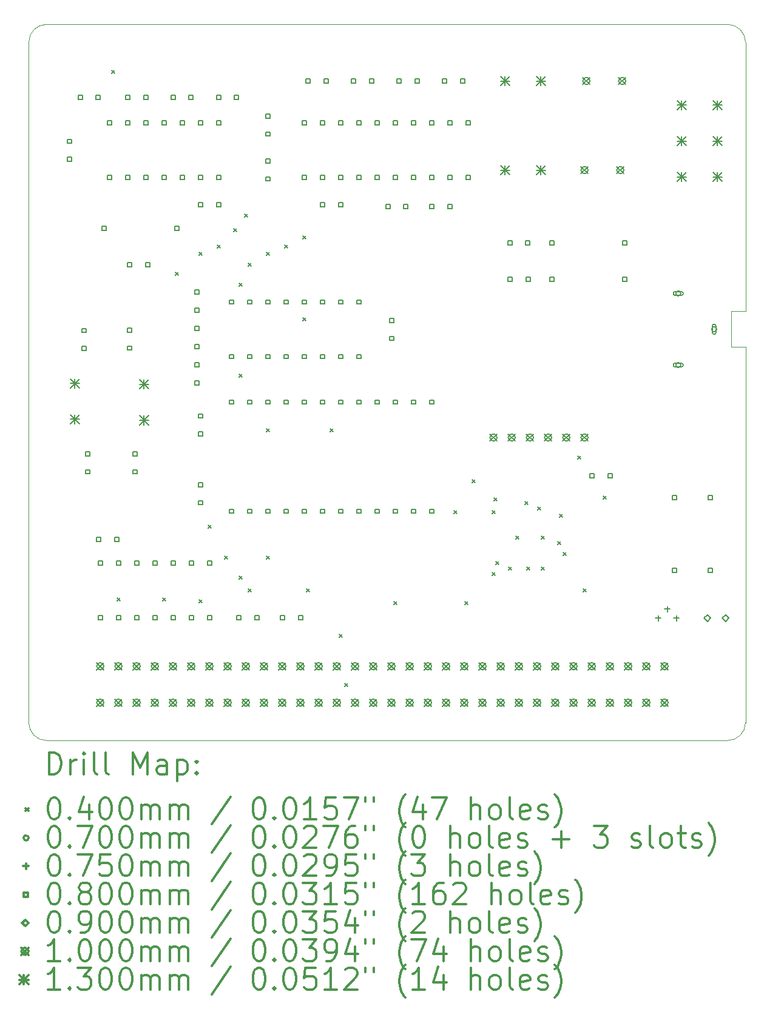
<source format=gbr>
%FSLAX45Y45*%
G04 Gerber Fmt 4.5, Leading zero omitted, Abs format (unit mm)*
G04 Created by KiCad (PCBNEW (5.1.10)-1) date 2021-07-30 10:23:50*
%MOMM*%
%LPD*%
G01*
G04 APERTURE LIST*
%TA.AperFunction,Profile*%
%ADD10C,0.050000*%
%TD*%
%ADD11C,0.200000*%
%ADD12C,0.300000*%
G04 APERTURE END LIST*
D10*
X19800000Y-9500000D02*
X20000000Y-9500000D01*
X19800000Y-9000000D02*
X19800000Y-9500000D01*
X20000000Y-9000000D02*
X19800000Y-9000000D01*
X19750000Y-5000000D02*
G75*
G02*
X20000000Y-5250000I0J-250000D01*
G01*
X10000000Y-5250000D02*
G75*
G02*
X10250000Y-5000000I250000J0D01*
G01*
X10250000Y-15000000D02*
G75*
G02*
X10000000Y-14750000I0J250000D01*
G01*
X20000000Y-14750000D02*
G75*
G02*
X19750000Y-15000000I-250000J0D01*
G01*
X10250000Y-15000000D02*
X19750000Y-15000000D01*
X10250000Y-5000000D02*
X19750000Y-5000000D01*
X20000000Y-9500000D02*
X20000000Y-14750000D01*
X20000000Y-5250000D02*
X20000000Y-9000000D01*
X10000000Y-14750000D02*
X10000000Y-5250000D01*
D11*
X11156000Y-5644200D02*
X11196000Y-5684200D01*
X11196000Y-5644200D02*
X11156000Y-5684200D01*
X11232200Y-13010200D02*
X11272200Y-13050200D01*
X11272200Y-13010200D02*
X11232200Y-13050200D01*
X11867200Y-13010200D02*
X11907200Y-13050200D01*
X11907200Y-13010200D02*
X11867200Y-13050200D01*
X12045000Y-8463600D02*
X12085000Y-8503600D01*
X12085000Y-8463600D02*
X12045000Y-8503600D01*
X12375199Y-13035600D02*
X12415199Y-13075600D01*
X12415199Y-13035600D02*
X12375199Y-13075600D01*
X12375200Y-8184200D02*
X12415200Y-8224200D01*
X12415200Y-8184200D02*
X12375200Y-8224200D01*
X12502200Y-11994200D02*
X12542200Y-12034200D01*
X12542200Y-11994200D02*
X12502200Y-12034200D01*
X12629200Y-8082600D02*
X12669200Y-8122600D01*
X12669200Y-8082600D02*
X12629200Y-8122600D01*
X12730800Y-12426000D02*
X12770800Y-12466000D01*
X12770800Y-12426000D02*
X12730800Y-12466000D01*
X12857801Y-7854000D02*
X12897801Y-7894000D01*
X12897801Y-7854000D02*
X12857801Y-7894000D01*
X12934000Y-8616000D02*
X12974000Y-8656000D01*
X12974000Y-8616000D02*
X12934000Y-8656000D01*
X12934000Y-9886000D02*
X12974000Y-9926000D01*
X12974000Y-9886000D02*
X12934000Y-9926000D01*
X12934000Y-12705400D02*
X12974000Y-12745400D01*
X12974000Y-12705400D02*
X12934000Y-12745400D01*
X13010200Y-7650800D02*
X13050200Y-7690800D01*
X13050200Y-7650800D02*
X13010200Y-7690800D01*
X13061000Y-8336600D02*
X13101000Y-8376600D01*
X13101000Y-8336600D02*
X13061000Y-8376600D01*
X13061000Y-12883200D02*
X13101000Y-12923200D01*
X13101000Y-12883200D02*
X13061000Y-12923200D01*
X13315000Y-8184200D02*
X13355000Y-8224200D01*
X13355000Y-8184200D02*
X13315000Y-8224200D01*
X13315000Y-10648000D02*
X13355000Y-10688000D01*
X13355000Y-10648000D02*
X13315000Y-10688000D01*
X13315000Y-12426000D02*
X13355000Y-12466000D01*
X13355000Y-12426000D02*
X13315000Y-12466000D01*
X13569000Y-8082600D02*
X13609000Y-8122600D01*
X13609000Y-8082600D02*
X13569000Y-8122600D01*
X13823000Y-7955600D02*
X13863000Y-7995600D01*
X13863000Y-7955600D02*
X13823000Y-7995600D01*
X13823000Y-9098600D02*
X13863000Y-9138600D01*
X13863000Y-9098600D02*
X13823000Y-9138600D01*
X13873800Y-12883200D02*
X13913800Y-12923200D01*
X13913800Y-12883200D02*
X13873800Y-12923200D01*
X14204000Y-10648000D02*
X14244000Y-10688000D01*
X14244000Y-10648000D02*
X14204000Y-10688000D01*
X14331000Y-13518200D02*
X14371000Y-13558200D01*
X14371000Y-13518200D02*
X14331000Y-13558200D01*
X14407200Y-14204000D02*
X14447200Y-14244000D01*
X14447200Y-14204000D02*
X14407200Y-14244000D01*
X15093000Y-13061000D02*
X15133000Y-13101000D01*
X15133000Y-13061000D02*
X15093000Y-13101000D01*
X15931200Y-11791000D02*
X15971200Y-11831000D01*
X15971200Y-11791000D02*
X15931200Y-11831000D01*
X16083600Y-13061000D02*
X16123600Y-13101000D01*
X16123600Y-13061000D02*
X16083600Y-13101000D01*
X16185200Y-11359200D02*
X16225200Y-11399200D01*
X16225200Y-11359200D02*
X16185200Y-11399200D01*
X16464600Y-11791000D02*
X16504600Y-11831000D01*
X16504600Y-11791000D02*
X16464600Y-11831000D01*
X16464600Y-12654600D02*
X16504600Y-12694600D01*
X16504600Y-12654600D02*
X16464600Y-12694600D01*
X16490000Y-11613200D02*
X16530000Y-11653200D01*
X16530000Y-11613200D02*
X16490000Y-11653200D01*
X16515400Y-12502200D02*
X16555400Y-12542200D01*
X16555400Y-12502200D02*
X16515400Y-12542200D01*
X16693200Y-12578400D02*
X16733200Y-12618400D01*
X16733200Y-12578400D02*
X16693200Y-12618400D01*
X16794800Y-12146600D02*
X16834800Y-12186600D01*
X16834800Y-12146600D02*
X16794800Y-12186600D01*
X16921800Y-11664000D02*
X16961800Y-11704000D01*
X16961800Y-11664000D02*
X16921800Y-11704000D01*
X16947200Y-12578400D02*
X16987200Y-12618400D01*
X16987200Y-12578400D02*
X16947200Y-12618400D01*
X17099600Y-11740200D02*
X17139600Y-11780200D01*
X17139600Y-11740200D02*
X17099600Y-11780200D01*
X17150400Y-12146600D02*
X17190400Y-12186600D01*
X17190400Y-12146600D02*
X17150400Y-12186600D01*
X17150400Y-12578400D02*
X17190400Y-12618400D01*
X17190400Y-12578400D02*
X17150400Y-12618400D01*
X17379000Y-12222800D02*
X17419000Y-12262800D01*
X17419000Y-12222800D02*
X17379000Y-12262800D01*
X17404400Y-11841800D02*
X17444400Y-11881800D01*
X17444400Y-11841800D02*
X17404400Y-11881800D01*
X17455200Y-12375200D02*
X17495200Y-12415200D01*
X17495200Y-12375200D02*
X17455200Y-12415200D01*
X17658400Y-11029000D02*
X17698400Y-11069000D01*
X17698400Y-11029000D02*
X17658400Y-11069000D01*
X17734600Y-12883200D02*
X17774600Y-12923200D01*
X17774600Y-12883200D02*
X17734600Y-12923200D01*
X18014000Y-11587800D02*
X18054000Y-11627800D01*
X18054000Y-11587800D02*
X18014000Y-11627800D01*
X19097000Y-8757300D02*
G75*
G03*
X19097000Y-8757300I-35000J0D01*
G01*
X19107000Y-8732300D02*
X19017000Y-8732300D01*
X19107000Y-8782300D02*
X19017000Y-8782300D01*
X19017000Y-8732300D02*
G75*
G03*
X19017000Y-8782300I0J-25000D01*
G01*
X19107000Y-8782300D02*
G75*
G03*
X19107000Y-8732300I0J25000D01*
G01*
X19097000Y-9757300D02*
G75*
G03*
X19097000Y-9757300I-35000J0D01*
G01*
X19107000Y-9732300D02*
X19017000Y-9732300D01*
X19107000Y-9782300D02*
X19017000Y-9782300D01*
X19017000Y-9732300D02*
G75*
G03*
X19017000Y-9782300I0J-25000D01*
G01*
X19107000Y-9782300D02*
G75*
G03*
X19107000Y-9732300I0J25000D01*
G01*
X19597000Y-9257300D02*
G75*
G03*
X19597000Y-9257300I-35000J0D01*
G01*
X19587000Y-9302300D02*
X19587000Y-9212300D01*
X19537000Y-9302300D02*
X19537000Y-9212300D01*
X19587000Y-9212300D02*
G75*
G03*
X19537000Y-9212300I-25000J0D01*
G01*
X19537000Y-9302300D02*
G75*
G03*
X19587000Y-9302300I25000J0D01*
G01*
X18783300Y-13253050D02*
X18783300Y-13328050D01*
X18745800Y-13290550D02*
X18820800Y-13290550D01*
X18910300Y-13126050D02*
X18910300Y-13201050D01*
X18872800Y-13163550D02*
X18947800Y-13163550D01*
X19037300Y-13253050D02*
X19037300Y-13328050D01*
X18999800Y-13290550D02*
X19074800Y-13290550D01*
X10594685Y-6661684D02*
X10594685Y-6605115D01*
X10538116Y-6605115D01*
X10538116Y-6661684D01*
X10594685Y-6661684D01*
X10594685Y-6911684D02*
X10594685Y-6855115D01*
X10538116Y-6855115D01*
X10538116Y-6911684D01*
X10594685Y-6911684D01*
X10747085Y-6048084D02*
X10747085Y-5991515D01*
X10690516Y-5991515D01*
X10690516Y-6048084D01*
X10747085Y-6048084D01*
X10797885Y-9303285D02*
X10797885Y-9246716D01*
X10741316Y-9246716D01*
X10741316Y-9303285D01*
X10797885Y-9303285D01*
X10797885Y-9553285D02*
X10797885Y-9496716D01*
X10741316Y-9496716D01*
X10741316Y-9553285D01*
X10797885Y-9553285D01*
X10848685Y-11026485D02*
X10848685Y-10969916D01*
X10792116Y-10969916D01*
X10792116Y-11026485D01*
X10848685Y-11026485D01*
X10848685Y-11276484D02*
X10848685Y-11219915D01*
X10792116Y-11219915D01*
X10792116Y-11276484D01*
X10848685Y-11276484D01*
X10997085Y-6048084D02*
X10997085Y-5991515D01*
X10940516Y-5991515D01*
X10940516Y-6048084D01*
X10997085Y-6048084D01*
X11005085Y-12220284D02*
X11005085Y-12163715D01*
X10948516Y-12163715D01*
X10948516Y-12220284D01*
X11005085Y-12220284D01*
X11026485Y-12550484D02*
X11026485Y-12493915D01*
X10969916Y-12493915D01*
X10969916Y-12550484D01*
X11026485Y-12550484D01*
X11026485Y-13312484D02*
X11026485Y-13255915D01*
X10969916Y-13255915D01*
X10969916Y-13312484D01*
X11026485Y-13312484D01*
X11077285Y-7876884D02*
X11077285Y-7820315D01*
X11020716Y-7820315D01*
X11020716Y-7876884D01*
X11077285Y-7876884D01*
X11153485Y-6403684D02*
X11153485Y-6347115D01*
X11096916Y-6347115D01*
X11096916Y-6403684D01*
X11153485Y-6403684D01*
X11153485Y-7165684D02*
X11153485Y-7109115D01*
X11096916Y-7109115D01*
X11096916Y-7165684D01*
X11153485Y-7165684D01*
X11255084Y-12220284D02*
X11255084Y-12163715D01*
X11198515Y-12163715D01*
X11198515Y-12220284D01*
X11255084Y-12220284D01*
X11280484Y-12550484D02*
X11280484Y-12493915D01*
X11223915Y-12493915D01*
X11223915Y-12550484D01*
X11280484Y-12550484D01*
X11280484Y-13312484D02*
X11280484Y-13255915D01*
X11223915Y-13255915D01*
X11223915Y-13312484D01*
X11280484Y-13312484D01*
X11407484Y-6403684D02*
X11407484Y-6347115D01*
X11350915Y-6347115D01*
X11350915Y-6403684D01*
X11407484Y-6403684D01*
X11407484Y-7165684D02*
X11407484Y-7109115D01*
X11350915Y-7109115D01*
X11350915Y-7165684D01*
X11407484Y-7165684D01*
X11411484Y-6048084D02*
X11411484Y-5991515D01*
X11354915Y-5991515D01*
X11354915Y-6048084D01*
X11411484Y-6048084D01*
X11432884Y-9299285D02*
X11432884Y-9242716D01*
X11376315Y-9242716D01*
X11376315Y-9299285D01*
X11432884Y-9299285D01*
X11432884Y-9549285D02*
X11432884Y-9492716D01*
X11376315Y-9492716D01*
X11376315Y-9549285D01*
X11432884Y-9549285D01*
X11436884Y-8384884D02*
X11436884Y-8328315D01*
X11380315Y-8328315D01*
X11380315Y-8384884D01*
X11436884Y-8384884D01*
X11509084Y-11026485D02*
X11509084Y-10969916D01*
X11452515Y-10969916D01*
X11452515Y-11026485D01*
X11509084Y-11026485D01*
X11509084Y-11276484D02*
X11509084Y-11219915D01*
X11452515Y-11219915D01*
X11452515Y-11276484D01*
X11509084Y-11276484D01*
X11534484Y-12550484D02*
X11534484Y-12493915D01*
X11477915Y-12493915D01*
X11477915Y-12550484D01*
X11534484Y-12550484D01*
X11534484Y-13312484D02*
X11534484Y-13255915D01*
X11477915Y-13255915D01*
X11477915Y-13312484D01*
X11534484Y-13312484D01*
X11661484Y-6048084D02*
X11661484Y-5991515D01*
X11604915Y-5991515D01*
X11604915Y-6048084D01*
X11661484Y-6048084D01*
X11661484Y-6403684D02*
X11661484Y-6347115D01*
X11604915Y-6347115D01*
X11604915Y-6403684D01*
X11661484Y-6403684D01*
X11661484Y-7165684D02*
X11661484Y-7109115D01*
X11604915Y-7109115D01*
X11604915Y-7165684D01*
X11661484Y-7165684D01*
X11686884Y-8384884D02*
X11686884Y-8328315D01*
X11630315Y-8328315D01*
X11630315Y-8384884D01*
X11686884Y-8384884D01*
X11788484Y-12550484D02*
X11788484Y-12493915D01*
X11731915Y-12493915D01*
X11731915Y-12550484D01*
X11788484Y-12550484D01*
X11788484Y-13312484D02*
X11788484Y-13255915D01*
X11731915Y-13255915D01*
X11731915Y-13312484D01*
X11788484Y-13312484D01*
X11915484Y-6403684D02*
X11915484Y-6347115D01*
X11858915Y-6347115D01*
X11858915Y-6403684D01*
X11915484Y-6403684D01*
X11915484Y-7165684D02*
X11915484Y-7109115D01*
X11858915Y-7109115D01*
X11858915Y-7165684D01*
X11915484Y-7165684D01*
X12042484Y-6048084D02*
X12042484Y-5991515D01*
X11985915Y-5991515D01*
X11985915Y-6048084D01*
X12042484Y-6048084D01*
X12042484Y-12550484D02*
X12042484Y-12493915D01*
X11985915Y-12493915D01*
X11985915Y-12550484D01*
X12042484Y-12550484D01*
X12042484Y-13312484D02*
X12042484Y-13255915D01*
X11985915Y-13255915D01*
X11985915Y-13312484D01*
X12042484Y-13312484D01*
X12093284Y-7876884D02*
X12093284Y-7820315D01*
X12036715Y-7820315D01*
X12036715Y-7876884D01*
X12093284Y-7876884D01*
X12169484Y-6403684D02*
X12169484Y-6347115D01*
X12112915Y-6347115D01*
X12112915Y-6403684D01*
X12169484Y-6403684D01*
X12169484Y-7165684D02*
X12169484Y-7109115D01*
X12112915Y-7109115D01*
X12112915Y-7165684D01*
X12169484Y-7165684D01*
X12292484Y-6048084D02*
X12292484Y-5991515D01*
X12235915Y-5991515D01*
X12235915Y-6048084D01*
X12292484Y-6048084D01*
X12296484Y-12550484D02*
X12296484Y-12493915D01*
X12239915Y-12493915D01*
X12239915Y-12550484D01*
X12296484Y-12550484D01*
X12296484Y-13312484D02*
X12296484Y-13255915D01*
X12239915Y-13255915D01*
X12239915Y-13312484D01*
X12296484Y-13312484D01*
X12372684Y-8765885D02*
X12372684Y-8709316D01*
X12316115Y-8709316D01*
X12316115Y-8765885D01*
X12372684Y-8765885D01*
X12372684Y-9019885D02*
X12372684Y-8963316D01*
X12316115Y-8963316D01*
X12316115Y-9019885D01*
X12372684Y-9019885D01*
X12372684Y-9273885D02*
X12372684Y-9217316D01*
X12316115Y-9217316D01*
X12316115Y-9273885D01*
X12372684Y-9273885D01*
X12372684Y-9527885D02*
X12372684Y-9471316D01*
X12316115Y-9471316D01*
X12316115Y-9527885D01*
X12372684Y-9527885D01*
X12372684Y-9781885D02*
X12372684Y-9725316D01*
X12316115Y-9725316D01*
X12316115Y-9781885D01*
X12372684Y-9781885D01*
X12372684Y-10035885D02*
X12372684Y-9979316D01*
X12316115Y-9979316D01*
X12316115Y-10035885D01*
X12372684Y-10035885D01*
X12423484Y-6403684D02*
X12423484Y-6347115D01*
X12366915Y-6347115D01*
X12366915Y-6403684D01*
X12423484Y-6403684D01*
X12423484Y-7165684D02*
X12423484Y-7109115D01*
X12366915Y-7109115D01*
X12366915Y-7165684D01*
X12423484Y-7165684D01*
X12423484Y-10497085D02*
X12423484Y-10440516D01*
X12366915Y-10440516D01*
X12366915Y-10497085D01*
X12423484Y-10497085D01*
X12423484Y-10747085D02*
X12423484Y-10690516D01*
X12366915Y-10690516D01*
X12366915Y-10747085D01*
X12423484Y-10747085D01*
X12423484Y-11458284D02*
X12423484Y-11401715D01*
X12366915Y-11401715D01*
X12366915Y-11458284D01*
X12423484Y-11458284D01*
X12423484Y-11708284D02*
X12423484Y-11651715D01*
X12366915Y-11651715D01*
X12366915Y-11708284D01*
X12423484Y-11708284D01*
X12427484Y-7546684D02*
X12427484Y-7490115D01*
X12370915Y-7490115D01*
X12370915Y-7546684D01*
X12427484Y-7546684D01*
X12550484Y-12550484D02*
X12550484Y-12493915D01*
X12493915Y-12493915D01*
X12493915Y-12550484D01*
X12550484Y-12550484D01*
X12550484Y-13312484D02*
X12550484Y-13255915D01*
X12493915Y-13255915D01*
X12493915Y-13312484D01*
X12550484Y-13312484D01*
X12677484Y-6048084D02*
X12677484Y-5991515D01*
X12620915Y-5991515D01*
X12620915Y-6048084D01*
X12677484Y-6048084D01*
X12677484Y-6403684D02*
X12677484Y-6347115D01*
X12620915Y-6347115D01*
X12620915Y-6403684D01*
X12677484Y-6403684D01*
X12677484Y-7165684D02*
X12677484Y-7109115D01*
X12620915Y-7109115D01*
X12620915Y-7165684D01*
X12677484Y-7165684D01*
X12677484Y-7546684D02*
X12677484Y-7490115D01*
X12620915Y-7490115D01*
X12620915Y-7546684D01*
X12677484Y-7546684D01*
X12855284Y-8905585D02*
X12855284Y-8849016D01*
X12798715Y-8849016D01*
X12798715Y-8905585D01*
X12855284Y-8905585D01*
X12855284Y-9667585D02*
X12855284Y-9611016D01*
X12798715Y-9611016D01*
X12798715Y-9667585D01*
X12855284Y-9667585D01*
X12855284Y-10302585D02*
X12855284Y-10246016D01*
X12798715Y-10246016D01*
X12798715Y-10302585D01*
X12855284Y-10302585D01*
X12855284Y-11826584D02*
X12855284Y-11770015D01*
X12798715Y-11770015D01*
X12798715Y-11826584D01*
X12855284Y-11826584D01*
X12927484Y-6048084D02*
X12927484Y-5991515D01*
X12870915Y-5991515D01*
X12870915Y-6048084D01*
X12927484Y-6048084D01*
X12960884Y-13312484D02*
X12960884Y-13255915D01*
X12904315Y-13255915D01*
X12904315Y-13312484D01*
X12960884Y-13312484D01*
X13109284Y-8905585D02*
X13109284Y-8849016D01*
X13052715Y-8849016D01*
X13052715Y-8905585D01*
X13109284Y-8905585D01*
X13109284Y-9667585D02*
X13109284Y-9611016D01*
X13052715Y-9611016D01*
X13052715Y-9667585D01*
X13109284Y-9667585D01*
X13109284Y-10302585D02*
X13109284Y-10246016D01*
X13052715Y-10246016D01*
X13052715Y-10302585D01*
X13109284Y-10302585D01*
X13109284Y-11826584D02*
X13109284Y-11770015D01*
X13052715Y-11770015D01*
X13052715Y-11826584D01*
X13109284Y-11826584D01*
X13210884Y-13312484D02*
X13210884Y-13255915D01*
X13154315Y-13255915D01*
X13154315Y-13312484D01*
X13210884Y-13312484D01*
X13363284Y-6309284D02*
X13363284Y-6252715D01*
X13306715Y-6252715D01*
X13306715Y-6309284D01*
X13363284Y-6309284D01*
X13363284Y-6559284D02*
X13363284Y-6502715D01*
X13306715Y-6502715D01*
X13306715Y-6559284D01*
X13363284Y-6559284D01*
X13363284Y-6937084D02*
X13363284Y-6880515D01*
X13306715Y-6880515D01*
X13306715Y-6937084D01*
X13363284Y-6937084D01*
X13363284Y-7187084D02*
X13363284Y-7130515D01*
X13306715Y-7130515D01*
X13306715Y-7187084D01*
X13363284Y-7187084D01*
X13363284Y-8905585D02*
X13363284Y-8849016D01*
X13306715Y-8849016D01*
X13306715Y-8905585D01*
X13363284Y-8905585D01*
X13363284Y-9667585D02*
X13363284Y-9611016D01*
X13306715Y-9611016D01*
X13306715Y-9667585D01*
X13363284Y-9667585D01*
X13363284Y-10302585D02*
X13363284Y-10246016D01*
X13306715Y-10246016D01*
X13306715Y-10302585D01*
X13363284Y-10302585D01*
X13363284Y-11826584D02*
X13363284Y-11770015D01*
X13306715Y-11770015D01*
X13306715Y-11826584D01*
X13363284Y-11826584D01*
X13570484Y-13312484D02*
X13570484Y-13255915D01*
X13513915Y-13255915D01*
X13513915Y-13312484D01*
X13570484Y-13312484D01*
X13617284Y-8905585D02*
X13617284Y-8849016D01*
X13560715Y-8849016D01*
X13560715Y-8905585D01*
X13617284Y-8905585D01*
X13617284Y-9667585D02*
X13617284Y-9611016D01*
X13560715Y-9611016D01*
X13560715Y-9667585D01*
X13617284Y-9667585D01*
X13617284Y-10302585D02*
X13617284Y-10246016D01*
X13560715Y-10246016D01*
X13560715Y-10302585D01*
X13617284Y-10302585D01*
X13617284Y-11826584D02*
X13617284Y-11770015D01*
X13560715Y-11770015D01*
X13560715Y-11826584D01*
X13617284Y-11826584D01*
X13820484Y-13312484D02*
X13820484Y-13255915D01*
X13763915Y-13255915D01*
X13763915Y-13312484D01*
X13820484Y-13312484D01*
X13871284Y-6403684D02*
X13871284Y-6347115D01*
X13814715Y-6347115D01*
X13814715Y-6403684D01*
X13871284Y-6403684D01*
X13871284Y-7165684D02*
X13871284Y-7109115D01*
X13814715Y-7109115D01*
X13814715Y-7165684D01*
X13871284Y-7165684D01*
X13871284Y-8905585D02*
X13871284Y-8849016D01*
X13814715Y-8849016D01*
X13814715Y-8905585D01*
X13871284Y-8905585D01*
X13871284Y-9667585D02*
X13871284Y-9611016D01*
X13814715Y-9611016D01*
X13814715Y-9667585D01*
X13871284Y-9667585D01*
X13871284Y-10302585D02*
X13871284Y-10246016D01*
X13814715Y-10246016D01*
X13814715Y-10302585D01*
X13871284Y-10302585D01*
X13871284Y-11826584D02*
X13871284Y-11770015D01*
X13814715Y-11770015D01*
X13814715Y-11826584D01*
X13871284Y-11826584D01*
X13926084Y-5819484D02*
X13926084Y-5762915D01*
X13869515Y-5762915D01*
X13869515Y-5819484D01*
X13926084Y-5819484D01*
X14125284Y-6403684D02*
X14125284Y-6347115D01*
X14068715Y-6347115D01*
X14068715Y-6403684D01*
X14125284Y-6403684D01*
X14125284Y-7165684D02*
X14125284Y-7109115D01*
X14068715Y-7109115D01*
X14068715Y-7165684D01*
X14125284Y-7165684D01*
X14125284Y-8905585D02*
X14125284Y-8849016D01*
X14068715Y-8849016D01*
X14068715Y-8905585D01*
X14125284Y-8905585D01*
X14125284Y-9667585D02*
X14125284Y-9611016D01*
X14068715Y-9611016D01*
X14068715Y-9667585D01*
X14125284Y-9667585D01*
X14125284Y-10302585D02*
X14125284Y-10246016D01*
X14068715Y-10246016D01*
X14068715Y-10302585D01*
X14125284Y-10302585D01*
X14125284Y-11826584D02*
X14125284Y-11770015D01*
X14068715Y-11770015D01*
X14068715Y-11826584D01*
X14125284Y-11826584D01*
X14129284Y-7546684D02*
X14129284Y-7490115D01*
X14072715Y-7490115D01*
X14072715Y-7546684D01*
X14129284Y-7546684D01*
X14176084Y-5819484D02*
X14176084Y-5762915D01*
X14119515Y-5762915D01*
X14119515Y-5819484D01*
X14176084Y-5819484D01*
X14379284Y-6403684D02*
X14379284Y-6347115D01*
X14322715Y-6347115D01*
X14322715Y-6403684D01*
X14379284Y-6403684D01*
X14379284Y-7165684D02*
X14379284Y-7109115D01*
X14322715Y-7109115D01*
X14322715Y-7165684D01*
X14379284Y-7165684D01*
X14379284Y-7546684D02*
X14379284Y-7490115D01*
X14322715Y-7490115D01*
X14322715Y-7546684D01*
X14379284Y-7546684D01*
X14379284Y-8905585D02*
X14379284Y-8849016D01*
X14322715Y-8849016D01*
X14322715Y-8905585D01*
X14379284Y-8905585D01*
X14379284Y-9667585D02*
X14379284Y-9611016D01*
X14322715Y-9611016D01*
X14322715Y-9667585D01*
X14379284Y-9667585D01*
X14379284Y-10302585D02*
X14379284Y-10246016D01*
X14322715Y-10246016D01*
X14322715Y-10302585D01*
X14379284Y-10302585D01*
X14379284Y-11826584D02*
X14379284Y-11770015D01*
X14322715Y-11770015D01*
X14322715Y-11826584D01*
X14379284Y-11826584D01*
X14561084Y-5819484D02*
X14561084Y-5762915D01*
X14504515Y-5762915D01*
X14504515Y-5819484D01*
X14561084Y-5819484D01*
X14633284Y-6403684D02*
X14633284Y-6347115D01*
X14576715Y-6347115D01*
X14576715Y-6403684D01*
X14633284Y-6403684D01*
X14633284Y-7165684D02*
X14633284Y-7109115D01*
X14576715Y-7109115D01*
X14576715Y-7165684D01*
X14633284Y-7165684D01*
X14633284Y-8905585D02*
X14633284Y-8849016D01*
X14576715Y-8849016D01*
X14576715Y-8905585D01*
X14633284Y-8905585D01*
X14633284Y-9667585D02*
X14633284Y-9611016D01*
X14576715Y-9611016D01*
X14576715Y-9667585D01*
X14633284Y-9667585D01*
X14633284Y-10302585D02*
X14633284Y-10246016D01*
X14576715Y-10246016D01*
X14576715Y-10302585D01*
X14633284Y-10302585D01*
X14633284Y-11826584D02*
X14633284Y-11770015D01*
X14576715Y-11770015D01*
X14576715Y-11826584D01*
X14633284Y-11826584D01*
X14811084Y-5819484D02*
X14811084Y-5762915D01*
X14754515Y-5762915D01*
X14754515Y-5819484D01*
X14811084Y-5819484D01*
X14887284Y-6403684D02*
X14887284Y-6347115D01*
X14830715Y-6347115D01*
X14830715Y-6403684D01*
X14887284Y-6403684D01*
X14887284Y-7165684D02*
X14887284Y-7109115D01*
X14830715Y-7109115D01*
X14830715Y-7165684D01*
X14887284Y-7165684D01*
X14887284Y-10302585D02*
X14887284Y-10246016D01*
X14830715Y-10246016D01*
X14830715Y-10302585D01*
X14887284Y-10302585D01*
X14887284Y-11826584D02*
X14887284Y-11770015D01*
X14830715Y-11770015D01*
X14830715Y-11826584D01*
X14887284Y-11826584D01*
X15039684Y-7572084D02*
X15039684Y-7515515D01*
X14983115Y-7515515D01*
X14983115Y-7572084D01*
X15039684Y-7572084D01*
X15090484Y-9163585D02*
X15090484Y-9107016D01*
X15033915Y-9107016D01*
X15033915Y-9163585D01*
X15090484Y-9163585D01*
X15090484Y-9413585D02*
X15090484Y-9357016D01*
X15033915Y-9357016D01*
X15033915Y-9413585D01*
X15090484Y-9413585D01*
X15141284Y-6403684D02*
X15141284Y-6347115D01*
X15084715Y-6347115D01*
X15084715Y-6403684D01*
X15141284Y-6403684D01*
X15141284Y-7165684D02*
X15141284Y-7109115D01*
X15084715Y-7109115D01*
X15084715Y-7165684D01*
X15141284Y-7165684D01*
X15141284Y-10302585D02*
X15141284Y-10246016D01*
X15084715Y-10246016D01*
X15084715Y-10302585D01*
X15141284Y-10302585D01*
X15141284Y-11826584D02*
X15141284Y-11770015D01*
X15084715Y-11770015D01*
X15084715Y-11826584D01*
X15141284Y-11826584D01*
X15196084Y-5819484D02*
X15196084Y-5762915D01*
X15139515Y-5762915D01*
X15139515Y-5819484D01*
X15196084Y-5819484D01*
X15289684Y-7572084D02*
X15289684Y-7515515D01*
X15233115Y-7515515D01*
X15233115Y-7572084D01*
X15289684Y-7572084D01*
X15395284Y-6403684D02*
X15395284Y-6347115D01*
X15338715Y-6347115D01*
X15338715Y-6403684D01*
X15395284Y-6403684D01*
X15395284Y-7165684D02*
X15395284Y-7109115D01*
X15338715Y-7109115D01*
X15338715Y-7165684D01*
X15395284Y-7165684D01*
X15395284Y-10302585D02*
X15395284Y-10246016D01*
X15338715Y-10246016D01*
X15338715Y-10302585D01*
X15395284Y-10302585D01*
X15395284Y-11826584D02*
X15395284Y-11770015D01*
X15338715Y-11770015D01*
X15338715Y-11826584D01*
X15395284Y-11826584D01*
X15446084Y-5819484D02*
X15446084Y-5762915D01*
X15389515Y-5762915D01*
X15389515Y-5819484D01*
X15446084Y-5819484D01*
X15649284Y-6403684D02*
X15649284Y-6347115D01*
X15592715Y-6347115D01*
X15592715Y-6403684D01*
X15649284Y-6403684D01*
X15649284Y-7165684D02*
X15649284Y-7109115D01*
X15592715Y-7109115D01*
X15592715Y-7165684D01*
X15649284Y-7165684D01*
X15649284Y-10302585D02*
X15649284Y-10246016D01*
X15592715Y-10246016D01*
X15592715Y-10302585D01*
X15649284Y-10302585D01*
X15649284Y-11826584D02*
X15649284Y-11770015D01*
X15592715Y-11770015D01*
X15592715Y-11826584D01*
X15649284Y-11826584D01*
X15653284Y-7572084D02*
X15653284Y-7515515D01*
X15596715Y-7515515D01*
X15596715Y-7572084D01*
X15653284Y-7572084D01*
X15831084Y-5819484D02*
X15831084Y-5762915D01*
X15774515Y-5762915D01*
X15774515Y-5819484D01*
X15831084Y-5819484D01*
X15903284Y-6403684D02*
X15903284Y-6347115D01*
X15846715Y-6347115D01*
X15846715Y-6403684D01*
X15903284Y-6403684D01*
X15903284Y-7165684D02*
X15903284Y-7109115D01*
X15846715Y-7109115D01*
X15846715Y-7165684D01*
X15903284Y-7165684D01*
X15903284Y-7572084D02*
X15903284Y-7515515D01*
X15846715Y-7515515D01*
X15846715Y-7572084D01*
X15903284Y-7572084D01*
X16081084Y-5819484D02*
X16081084Y-5762915D01*
X16024515Y-5762915D01*
X16024515Y-5819484D01*
X16081084Y-5819484D01*
X16157284Y-6403684D02*
X16157284Y-6347115D01*
X16100715Y-6347115D01*
X16100715Y-6403684D01*
X16157284Y-6403684D01*
X16157284Y-7165684D02*
X16157284Y-7109115D01*
X16100715Y-7109115D01*
X16100715Y-7165684D01*
X16157284Y-7165684D01*
X16741484Y-8080084D02*
X16741484Y-8023515D01*
X16684915Y-8023515D01*
X16684915Y-8080084D01*
X16741484Y-8080084D01*
X16745484Y-8588085D02*
X16745484Y-8531516D01*
X16688915Y-8531516D01*
X16688915Y-8588085D01*
X16745484Y-8588085D01*
X16991485Y-8080084D02*
X16991485Y-8023515D01*
X16934916Y-8023515D01*
X16934916Y-8080084D01*
X16991485Y-8080084D01*
X16995485Y-8588085D02*
X16995485Y-8531516D01*
X16938916Y-8531516D01*
X16938916Y-8588085D01*
X16995485Y-8588085D01*
X17325685Y-8080084D02*
X17325685Y-8023515D01*
X17269116Y-8023515D01*
X17269116Y-8080084D01*
X17325685Y-8080084D01*
X17325685Y-8588085D02*
X17325685Y-8531516D01*
X17269116Y-8531516D01*
X17269116Y-8588085D01*
X17325685Y-8588085D01*
X17888485Y-11331284D02*
X17888485Y-11274715D01*
X17831916Y-11274715D01*
X17831916Y-11331284D01*
X17888485Y-11331284D01*
X18138485Y-11331284D02*
X18138485Y-11274715D01*
X18081916Y-11274715D01*
X18081916Y-11331284D01*
X18138485Y-11331284D01*
X18341685Y-8080084D02*
X18341685Y-8023515D01*
X18285116Y-8023515D01*
X18285116Y-8080084D01*
X18341685Y-8080084D01*
X18341685Y-8588085D02*
X18341685Y-8531516D01*
X18285116Y-8531516D01*
X18285116Y-8588085D01*
X18341685Y-8588085D01*
X19040185Y-11636084D02*
X19040185Y-11579515D01*
X18983616Y-11579515D01*
X18983616Y-11636084D01*
X19040185Y-11636084D01*
X19040185Y-12652084D02*
X19040185Y-12595515D01*
X18983616Y-12595515D01*
X18983616Y-12652084D01*
X19040185Y-12652084D01*
X19535485Y-11636084D02*
X19535485Y-11579515D01*
X19478916Y-11579515D01*
X19478916Y-11636084D01*
X19535485Y-11636084D01*
X19535485Y-12652084D02*
X19535485Y-12595515D01*
X19478916Y-12595515D01*
X19478916Y-12652084D01*
X19535485Y-12652084D01*
X19469100Y-13335550D02*
X19514100Y-13290550D01*
X19469100Y-13245550D01*
X19424100Y-13290550D01*
X19469100Y-13335550D01*
X19723100Y-13335550D02*
X19768100Y-13290550D01*
X19723100Y-13245550D01*
X19678100Y-13290550D01*
X19723100Y-13335550D01*
X10948400Y-13912800D02*
X11048400Y-14012800D01*
X11048400Y-13912800D02*
X10948400Y-14012800D01*
X11048400Y-13962800D02*
G75*
G03*
X11048400Y-13962800I-50000J0D01*
G01*
X10948400Y-14420800D02*
X11048400Y-14520800D01*
X11048400Y-14420800D02*
X10948400Y-14520800D01*
X11048400Y-14470800D02*
G75*
G03*
X11048400Y-14470800I-50000J0D01*
G01*
X11202400Y-13912800D02*
X11302400Y-14012800D01*
X11302400Y-13912800D02*
X11202400Y-14012800D01*
X11302400Y-13962800D02*
G75*
G03*
X11302400Y-13962800I-50000J0D01*
G01*
X11202400Y-14420800D02*
X11302400Y-14520800D01*
X11302400Y-14420800D02*
X11202400Y-14520800D01*
X11302400Y-14470800D02*
G75*
G03*
X11302400Y-14470800I-50000J0D01*
G01*
X11456400Y-13912800D02*
X11556400Y-14012800D01*
X11556400Y-13912800D02*
X11456400Y-14012800D01*
X11556400Y-13962800D02*
G75*
G03*
X11556400Y-13962800I-50000J0D01*
G01*
X11456400Y-14420800D02*
X11556400Y-14520800D01*
X11556400Y-14420800D02*
X11456400Y-14520800D01*
X11556400Y-14470800D02*
G75*
G03*
X11556400Y-14470800I-50000J0D01*
G01*
X11710400Y-13912800D02*
X11810400Y-14012800D01*
X11810400Y-13912800D02*
X11710400Y-14012800D01*
X11810400Y-13962800D02*
G75*
G03*
X11810400Y-13962800I-50000J0D01*
G01*
X11710400Y-14420800D02*
X11810400Y-14520800D01*
X11810400Y-14420800D02*
X11710400Y-14520800D01*
X11810400Y-14470800D02*
G75*
G03*
X11810400Y-14470800I-50000J0D01*
G01*
X11964400Y-13912800D02*
X12064400Y-14012800D01*
X12064400Y-13912800D02*
X11964400Y-14012800D01*
X12064400Y-13962800D02*
G75*
G03*
X12064400Y-13962800I-50000J0D01*
G01*
X11964400Y-14420800D02*
X12064400Y-14520800D01*
X12064400Y-14420800D02*
X11964400Y-14520800D01*
X12064400Y-14470800D02*
G75*
G03*
X12064400Y-14470800I-50000J0D01*
G01*
X12218400Y-13912800D02*
X12318400Y-14012800D01*
X12318400Y-13912800D02*
X12218400Y-14012800D01*
X12318400Y-13962800D02*
G75*
G03*
X12318400Y-13962800I-50000J0D01*
G01*
X12218400Y-14420800D02*
X12318400Y-14520800D01*
X12318400Y-14420800D02*
X12218400Y-14520800D01*
X12318400Y-14470800D02*
G75*
G03*
X12318400Y-14470800I-50000J0D01*
G01*
X12472400Y-13912800D02*
X12572400Y-14012800D01*
X12572400Y-13912800D02*
X12472400Y-14012800D01*
X12572400Y-13962800D02*
G75*
G03*
X12572400Y-13962800I-50000J0D01*
G01*
X12472400Y-14420800D02*
X12572400Y-14520800D01*
X12572400Y-14420800D02*
X12472400Y-14520800D01*
X12572400Y-14470800D02*
G75*
G03*
X12572400Y-14470800I-50000J0D01*
G01*
X12726400Y-13912800D02*
X12826400Y-14012800D01*
X12826400Y-13912800D02*
X12726400Y-14012800D01*
X12826400Y-13962800D02*
G75*
G03*
X12826400Y-13962800I-50000J0D01*
G01*
X12726400Y-14420800D02*
X12826400Y-14520800D01*
X12826400Y-14420800D02*
X12726400Y-14520800D01*
X12826400Y-14470800D02*
G75*
G03*
X12826400Y-14470800I-50000J0D01*
G01*
X12980400Y-13912800D02*
X13080400Y-14012800D01*
X13080400Y-13912800D02*
X12980400Y-14012800D01*
X13080400Y-13962800D02*
G75*
G03*
X13080400Y-13962800I-50000J0D01*
G01*
X12980400Y-14420800D02*
X13080400Y-14520800D01*
X13080400Y-14420800D02*
X12980400Y-14520800D01*
X13080400Y-14470800D02*
G75*
G03*
X13080400Y-14470800I-50000J0D01*
G01*
X13234400Y-13912800D02*
X13334400Y-14012800D01*
X13334400Y-13912800D02*
X13234400Y-14012800D01*
X13334400Y-13962800D02*
G75*
G03*
X13334400Y-13962800I-50000J0D01*
G01*
X13234400Y-14420800D02*
X13334400Y-14520800D01*
X13334400Y-14420800D02*
X13234400Y-14520800D01*
X13334400Y-14470800D02*
G75*
G03*
X13334400Y-14470800I-50000J0D01*
G01*
X13488400Y-13912800D02*
X13588400Y-14012800D01*
X13588400Y-13912800D02*
X13488400Y-14012800D01*
X13588400Y-13962800D02*
G75*
G03*
X13588400Y-13962800I-50000J0D01*
G01*
X13488400Y-14420800D02*
X13588400Y-14520800D01*
X13588400Y-14420800D02*
X13488400Y-14520800D01*
X13588400Y-14470800D02*
G75*
G03*
X13588400Y-14470800I-50000J0D01*
G01*
X13742400Y-13912800D02*
X13842400Y-14012800D01*
X13842400Y-13912800D02*
X13742400Y-14012800D01*
X13842400Y-13962800D02*
G75*
G03*
X13842400Y-13962800I-50000J0D01*
G01*
X13742400Y-14420800D02*
X13842400Y-14520800D01*
X13842400Y-14420800D02*
X13742400Y-14520800D01*
X13842400Y-14470800D02*
G75*
G03*
X13842400Y-14470800I-50000J0D01*
G01*
X13996400Y-13912800D02*
X14096400Y-14012800D01*
X14096400Y-13912800D02*
X13996400Y-14012800D01*
X14096400Y-13962800D02*
G75*
G03*
X14096400Y-13962800I-50000J0D01*
G01*
X13996400Y-14420800D02*
X14096400Y-14520800D01*
X14096400Y-14420800D02*
X13996400Y-14520800D01*
X14096400Y-14470800D02*
G75*
G03*
X14096400Y-14470800I-50000J0D01*
G01*
X14250400Y-13912800D02*
X14350400Y-14012800D01*
X14350400Y-13912800D02*
X14250400Y-14012800D01*
X14350400Y-13962800D02*
G75*
G03*
X14350400Y-13962800I-50000J0D01*
G01*
X14250400Y-14420800D02*
X14350400Y-14520800D01*
X14350400Y-14420800D02*
X14250400Y-14520800D01*
X14350400Y-14470800D02*
G75*
G03*
X14350400Y-14470800I-50000J0D01*
G01*
X14504400Y-13912800D02*
X14604400Y-14012800D01*
X14604400Y-13912800D02*
X14504400Y-14012800D01*
X14604400Y-13962800D02*
G75*
G03*
X14604400Y-13962800I-50000J0D01*
G01*
X14504400Y-14420800D02*
X14604400Y-14520800D01*
X14604400Y-14420800D02*
X14504400Y-14520800D01*
X14604400Y-14470800D02*
G75*
G03*
X14604400Y-14470800I-50000J0D01*
G01*
X14758400Y-13912800D02*
X14858400Y-14012800D01*
X14858400Y-13912800D02*
X14758400Y-14012800D01*
X14858400Y-13962800D02*
G75*
G03*
X14858400Y-13962800I-50000J0D01*
G01*
X14758400Y-14420800D02*
X14858400Y-14520800D01*
X14858400Y-14420800D02*
X14758400Y-14520800D01*
X14858400Y-14470800D02*
G75*
G03*
X14858400Y-14470800I-50000J0D01*
G01*
X15012400Y-13912800D02*
X15112400Y-14012800D01*
X15112400Y-13912800D02*
X15012400Y-14012800D01*
X15112400Y-13962800D02*
G75*
G03*
X15112400Y-13962800I-50000J0D01*
G01*
X15012400Y-14420800D02*
X15112400Y-14520800D01*
X15112400Y-14420800D02*
X15012400Y-14520800D01*
X15112400Y-14470800D02*
G75*
G03*
X15112400Y-14470800I-50000J0D01*
G01*
X15266400Y-13912800D02*
X15366400Y-14012800D01*
X15366400Y-13912800D02*
X15266400Y-14012800D01*
X15366400Y-13962800D02*
G75*
G03*
X15366400Y-13962800I-50000J0D01*
G01*
X15266400Y-14420800D02*
X15366400Y-14520800D01*
X15366400Y-14420800D02*
X15266400Y-14520800D01*
X15366400Y-14470800D02*
G75*
G03*
X15366400Y-14470800I-50000J0D01*
G01*
X15520400Y-13912800D02*
X15620400Y-14012800D01*
X15620400Y-13912800D02*
X15520400Y-14012800D01*
X15620400Y-13962800D02*
G75*
G03*
X15620400Y-13962800I-50000J0D01*
G01*
X15520400Y-14420800D02*
X15620400Y-14520800D01*
X15620400Y-14420800D02*
X15520400Y-14520800D01*
X15620400Y-14470800D02*
G75*
G03*
X15620400Y-14470800I-50000J0D01*
G01*
X15774400Y-13912800D02*
X15874400Y-14012800D01*
X15874400Y-13912800D02*
X15774400Y-14012800D01*
X15874400Y-13962800D02*
G75*
G03*
X15874400Y-13962800I-50000J0D01*
G01*
X15774400Y-14420800D02*
X15874400Y-14520800D01*
X15874400Y-14420800D02*
X15774400Y-14520800D01*
X15874400Y-14470800D02*
G75*
G03*
X15874400Y-14470800I-50000J0D01*
G01*
X16028400Y-13912800D02*
X16128400Y-14012800D01*
X16128400Y-13912800D02*
X16028400Y-14012800D01*
X16128400Y-13962800D02*
G75*
G03*
X16128400Y-13962800I-50000J0D01*
G01*
X16028400Y-14420800D02*
X16128400Y-14520800D01*
X16128400Y-14420800D02*
X16028400Y-14520800D01*
X16128400Y-14470800D02*
G75*
G03*
X16128400Y-14470800I-50000J0D01*
G01*
X16282400Y-13912800D02*
X16382400Y-14012800D01*
X16382400Y-13912800D02*
X16282400Y-14012800D01*
X16382400Y-13962800D02*
G75*
G03*
X16382400Y-13962800I-50000J0D01*
G01*
X16282400Y-14420800D02*
X16382400Y-14520800D01*
X16382400Y-14420800D02*
X16282400Y-14520800D01*
X16382400Y-14470800D02*
G75*
G03*
X16382400Y-14470800I-50000J0D01*
G01*
X16434600Y-10719600D02*
X16534600Y-10819600D01*
X16534600Y-10719600D02*
X16434600Y-10819600D01*
X16534600Y-10769600D02*
G75*
G03*
X16534600Y-10769600I-50000J0D01*
G01*
X16536400Y-13912800D02*
X16636400Y-14012800D01*
X16636400Y-13912800D02*
X16536400Y-14012800D01*
X16636400Y-13962800D02*
G75*
G03*
X16636400Y-13962800I-50000J0D01*
G01*
X16536400Y-14420800D02*
X16636400Y-14520800D01*
X16636400Y-14420800D02*
X16536400Y-14520800D01*
X16636400Y-14470800D02*
G75*
G03*
X16636400Y-14470800I-50000J0D01*
G01*
X16688600Y-10719600D02*
X16788600Y-10819600D01*
X16788600Y-10719600D02*
X16688600Y-10819600D01*
X16788600Y-10769600D02*
G75*
G03*
X16788600Y-10769600I-50000J0D01*
G01*
X16790400Y-13912800D02*
X16890400Y-14012800D01*
X16890400Y-13912800D02*
X16790400Y-14012800D01*
X16890400Y-13962800D02*
G75*
G03*
X16890400Y-13962800I-50000J0D01*
G01*
X16790400Y-14420800D02*
X16890400Y-14520800D01*
X16890400Y-14420800D02*
X16790400Y-14520800D01*
X16890400Y-14470800D02*
G75*
G03*
X16890400Y-14470800I-50000J0D01*
G01*
X16942600Y-10719600D02*
X17042600Y-10819600D01*
X17042600Y-10719600D02*
X16942600Y-10819600D01*
X17042600Y-10769600D02*
G75*
G03*
X17042600Y-10769600I-50000J0D01*
G01*
X17044400Y-13912800D02*
X17144400Y-14012800D01*
X17144400Y-13912800D02*
X17044400Y-14012800D01*
X17144400Y-13962800D02*
G75*
G03*
X17144400Y-13962800I-50000J0D01*
G01*
X17044400Y-14420800D02*
X17144400Y-14520800D01*
X17144400Y-14420800D02*
X17044400Y-14520800D01*
X17144400Y-14470800D02*
G75*
G03*
X17144400Y-14470800I-50000J0D01*
G01*
X17196600Y-10719600D02*
X17296600Y-10819600D01*
X17296600Y-10719600D02*
X17196600Y-10819600D01*
X17296600Y-10769600D02*
G75*
G03*
X17296600Y-10769600I-50000J0D01*
G01*
X17298400Y-13912800D02*
X17398400Y-14012800D01*
X17398400Y-13912800D02*
X17298400Y-14012800D01*
X17398400Y-13962800D02*
G75*
G03*
X17398400Y-13962800I-50000J0D01*
G01*
X17298400Y-14420800D02*
X17398400Y-14520800D01*
X17398400Y-14420800D02*
X17298400Y-14520800D01*
X17398400Y-14470800D02*
G75*
G03*
X17398400Y-14470800I-50000J0D01*
G01*
X17450600Y-10719600D02*
X17550600Y-10819600D01*
X17550600Y-10719600D02*
X17450600Y-10819600D01*
X17550600Y-10769600D02*
G75*
G03*
X17550600Y-10769600I-50000J0D01*
G01*
X17552400Y-13912800D02*
X17652400Y-14012800D01*
X17652400Y-13912800D02*
X17552400Y-14012800D01*
X17652400Y-13962800D02*
G75*
G03*
X17652400Y-13962800I-50000J0D01*
G01*
X17552400Y-14420800D02*
X17652400Y-14520800D01*
X17652400Y-14420800D02*
X17552400Y-14520800D01*
X17652400Y-14470800D02*
G75*
G03*
X17652400Y-14470800I-50000J0D01*
G01*
X17704600Y-6985800D02*
X17804600Y-7085800D01*
X17804600Y-6985800D02*
X17704600Y-7085800D01*
X17804600Y-7035800D02*
G75*
G03*
X17804600Y-7035800I-50000J0D01*
G01*
X17704600Y-10719600D02*
X17804600Y-10819600D01*
X17804600Y-10719600D02*
X17704600Y-10819600D01*
X17804600Y-10769600D02*
G75*
G03*
X17804600Y-10769600I-50000J0D01*
G01*
X17730000Y-5741200D02*
X17830000Y-5841200D01*
X17830000Y-5741200D02*
X17730000Y-5841200D01*
X17830000Y-5791200D02*
G75*
G03*
X17830000Y-5791200I-50000J0D01*
G01*
X17806400Y-13912800D02*
X17906400Y-14012800D01*
X17906400Y-13912800D02*
X17806400Y-14012800D01*
X17906400Y-13962800D02*
G75*
G03*
X17906400Y-13962800I-50000J0D01*
G01*
X17806400Y-14420800D02*
X17906400Y-14520800D01*
X17906400Y-14420800D02*
X17806400Y-14520800D01*
X17906400Y-14470800D02*
G75*
G03*
X17906400Y-14470800I-50000J0D01*
G01*
X18060400Y-13912800D02*
X18160400Y-14012800D01*
X18160400Y-13912800D02*
X18060400Y-14012800D01*
X18160400Y-13962800D02*
G75*
G03*
X18160400Y-13962800I-50000J0D01*
G01*
X18060400Y-14420800D02*
X18160400Y-14520800D01*
X18160400Y-14420800D02*
X18060400Y-14520800D01*
X18160400Y-14470800D02*
G75*
G03*
X18160400Y-14470800I-50000J0D01*
G01*
X18204600Y-6985800D02*
X18304600Y-7085800D01*
X18304600Y-6985800D02*
X18204600Y-7085800D01*
X18304600Y-7035800D02*
G75*
G03*
X18304600Y-7035800I-50000J0D01*
G01*
X18230000Y-5741200D02*
X18330000Y-5841200D01*
X18330000Y-5741200D02*
X18230000Y-5841200D01*
X18330000Y-5791200D02*
G75*
G03*
X18330000Y-5791200I-50000J0D01*
G01*
X18314400Y-13912800D02*
X18414400Y-14012800D01*
X18414400Y-13912800D02*
X18314400Y-14012800D01*
X18414400Y-13962800D02*
G75*
G03*
X18414400Y-13962800I-50000J0D01*
G01*
X18314400Y-14420800D02*
X18414400Y-14520800D01*
X18414400Y-14420800D02*
X18314400Y-14520800D01*
X18414400Y-14470800D02*
G75*
G03*
X18414400Y-14470800I-50000J0D01*
G01*
X18568400Y-13912800D02*
X18668400Y-14012800D01*
X18668400Y-13912800D02*
X18568400Y-14012800D01*
X18668400Y-13962800D02*
G75*
G03*
X18668400Y-13962800I-50000J0D01*
G01*
X18568400Y-14420800D02*
X18668400Y-14520800D01*
X18668400Y-14420800D02*
X18568400Y-14520800D01*
X18668400Y-14470800D02*
G75*
G03*
X18668400Y-14470800I-50000J0D01*
G01*
X18822400Y-13912800D02*
X18922400Y-14012800D01*
X18922400Y-13912800D02*
X18822400Y-14012800D01*
X18922400Y-13962800D02*
G75*
G03*
X18922400Y-13962800I-50000J0D01*
G01*
X18822400Y-14420800D02*
X18922400Y-14520800D01*
X18922400Y-14420800D02*
X18822400Y-14520800D01*
X18922400Y-14470800D02*
G75*
G03*
X18922400Y-14470800I-50000J0D01*
G01*
X10577600Y-9948950D02*
X10707600Y-10078950D01*
X10707600Y-9948950D02*
X10577600Y-10078950D01*
X10642600Y-9948950D02*
X10642600Y-10078950D01*
X10577600Y-10013950D02*
X10707600Y-10013950D01*
X10577600Y-10448950D02*
X10707600Y-10578950D01*
X10707600Y-10448950D02*
X10577600Y-10578950D01*
X10642600Y-10448950D02*
X10642600Y-10578950D01*
X10577600Y-10513950D02*
X10707600Y-10513950D01*
X11542800Y-9961650D02*
X11672800Y-10091650D01*
X11672800Y-9961650D02*
X11542800Y-10091650D01*
X11607800Y-9961650D02*
X11607800Y-10091650D01*
X11542800Y-10026650D02*
X11672800Y-10026650D01*
X11542800Y-10461650D02*
X11672800Y-10591650D01*
X11672800Y-10461650D02*
X11542800Y-10591650D01*
X11607800Y-10461650D02*
X11607800Y-10591650D01*
X11542800Y-10526650D02*
X11672800Y-10526650D01*
X16580000Y-5726200D02*
X16710000Y-5856200D01*
X16710000Y-5726200D02*
X16580000Y-5856200D01*
X16645000Y-5726200D02*
X16645000Y-5856200D01*
X16580000Y-5791200D02*
X16710000Y-5791200D01*
X16580000Y-6970800D02*
X16710000Y-7100800D01*
X16710000Y-6970800D02*
X16580000Y-7100800D01*
X16645000Y-6970800D02*
X16645000Y-7100800D01*
X16580000Y-7035800D02*
X16710000Y-7035800D01*
X17080000Y-5726200D02*
X17210000Y-5856200D01*
X17210000Y-5726200D02*
X17080000Y-5856200D01*
X17145000Y-5726200D02*
X17145000Y-5856200D01*
X17080000Y-5791200D02*
X17210000Y-5791200D01*
X17080000Y-6970800D02*
X17210000Y-7100800D01*
X17210000Y-6970800D02*
X17080000Y-7100800D01*
X17145000Y-6970800D02*
X17145000Y-7100800D01*
X17080000Y-7035800D02*
X17210000Y-7035800D01*
X19043800Y-6064400D02*
X19173800Y-6194400D01*
X19173800Y-6064400D02*
X19043800Y-6194400D01*
X19108800Y-6064400D02*
X19108800Y-6194400D01*
X19043800Y-6129400D02*
X19173800Y-6129400D01*
X19043800Y-6564400D02*
X19173800Y-6694400D01*
X19173800Y-6564400D02*
X19043800Y-6694400D01*
X19108800Y-6564400D02*
X19108800Y-6694400D01*
X19043800Y-6629400D02*
X19173800Y-6629400D01*
X19043800Y-7064400D02*
X19173800Y-7194400D01*
X19173800Y-7064400D02*
X19043800Y-7194400D01*
X19108800Y-7064400D02*
X19108800Y-7194400D01*
X19043800Y-7129400D02*
X19173800Y-7129400D01*
X19543800Y-6064400D02*
X19673800Y-6194400D01*
X19673800Y-6064400D02*
X19543800Y-6194400D01*
X19608800Y-6064400D02*
X19608800Y-6194400D01*
X19543800Y-6129400D02*
X19673800Y-6129400D01*
X19543800Y-6564400D02*
X19673800Y-6694400D01*
X19673800Y-6564400D02*
X19543800Y-6694400D01*
X19608800Y-6564400D02*
X19608800Y-6694400D01*
X19543800Y-6629400D02*
X19673800Y-6629400D01*
X19543800Y-7064400D02*
X19673800Y-7194400D01*
X19673800Y-7064400D02*
X19543800Y-7194400D01*
X19608800Y-7064400D02*
X19608800Y-7194400D01*
X19543800Y-7129400D02*
X19673800Y-7129400D01*
D12*
X10283928Y-15468214D02*
X10283928Y-15168214D01*
X10355357Y-15168214D01*
X10398214Y-15182500D01*
X10426786Y-15211071D01*
X10441071Y-15239643D01*
X10455357Y-15296786D01*
X10455357Y-15339643D01*
X10441071Y-15396786D01*
X10426786Y-15425357D01*
X10398214Y-15453929D01*
X10355357Y-15468214D01*
X10283928Y-15468214D01*
X10583928Y-15468214D02*
X10583928Y-15268214D01*
X10583928Y-15325357D02*
X10598214Y-15296786D01*
X10612500Y-15282500D01*
X10641071Y-15268214D01*
X10669643Y-15268214D01*
X10769643Y-15468214D02*
X10769643Y-15268214D01*
X10769643Y-15168214D02*
X10755357Y-15182500D01*
X10769643Y-15196786D01*
X10783928Y-15182500D01*
X10769643Y-15168214D01*
X10769643Y-15196786D01*
X10955357Y-15468214D02*
X10926786Y-15453929D01*
X10912500Y-15425357D01*
X10912500Y-15168214D01*
X11112500Y-15468214D02*
X11083928Y-15453929D01*
X11069643Y-15425357D01*
X11069643Y-15168214D01*
X11455357Y-15468214D02*
X11455357Y-15168214D01*
X11555357Y-15382500D01*
X11655357Y-15168214D01*
X11655357Y-15468214D01*
X11926786Y-15468214D02*
X11926786Y-15311071D01*
X11912500Y-15282500D01*
X11883928Y-15268214D01*
X11826786Y-15268214D01*
X11798214Y-15282500D01*
X11926786Y-15453929D02*
X11898214Y-15468214D01*
X11826786Y-15468214D01*
X11798214Y-15453929D01*
X11783928Y-15425357D01*
X11783928Y-15396786D01*
X11798214Y-15368214D01*
X11826786Y-15353929D01*
X11898214Y-15353929D01*
X11926786Y-15339643D01*
X12069643Y-15268214D02*
X12069643Y-15568214D01*
X12069643Y-15282500D02*
X12098214Y-15268214D01*
X12155357Y-15268214D01*
X12183928Y-15282500D01*
X12198214Y-15296786D01*
X12212500Y-15325357D01*
X12212500Y-15411071D01*
X12198214Y-15439643D01*
X12183928Y-15453929D01*
X12155357Y-15468214D01*
X12098214Y-15468214D01*
X12069643Y-15453929D01*
X12341071Y-15439643D02*
X12355357Y-15453929D01*
X12341071Y-15468214D01*
X12326786Y-15453929D01*
X12341071Y-15439643D01*
X12341071Y-15468214D01*
X12341071Y-15282500D02*
X12355357Y-15296786D01*
X12341071Y-15311071D01*
X12326786Y-15296786D01*
X12341071Y-15282500D01*
X12341071Y-15311071D01*
X9957500Y-15942500D02*
X9997500Y-15982500D01*
X9997500Y-15942500D02*
X9957500Y-15982500D01*
X10341071Y-15798214D02*
X10369643Y-15798214D01*
X10398214Y-15812500D01*
X10412500Y-15826786D01*
X10426786Y-15855357D01*
X10441071Y-15912500D01*
X10441071Y-15983929D01*
X10426786Y-16041071D01*
X10412500Y-16069643D01*
X10398214Y-16083929D01*
X10369643Y-16098214D01*
X10341071Y-16098214D01*
X10312500Y-16083929D01*
X10298214Y-16069643D01*
X10283928Y-16041071D01*
X10269643Y-15983929D01*
X10269643Y-15912500D01*
X10283928Y-15855357D01*
X10298214Y-15826786D01*
X10312500Y-15812500D01*
X10341071Y-15798214D01*
X10569643Y-16069643D02*
X10583928Y-16083929D01*
X10569643Y-16098214D01*
X10555357Y-16083929D01*
X10569643Y-16069643D01*
X10569643Y-16098214D01*
X10841071Y-15898214D02*
X10841071Y-16098214D01*
X10769643Y-15783929D02*
X10698214Y-15998214D01*
X10883928Y-15998214D01*
X11055357Y-15798214D02*
X11083928Y-15798214D01*
X11112500Y-15812500D01*
X11126786Y-15826786D01*
X11141071Y-15855357D01*
X11155357Y-15912500D01*
X11155357Y-15983929D01*
X11141071Y-16041071D01*
X11126786Y-16069643D01*
X11112500Y-16083929D01*
X11083928Y-16098214D01*
X11055357Y-16098214D01*
X11026786Y-16083929D01*
X11012500Y-16069643D01*
X10998214Y-16041071D01*
X10983928Y-15983929D01*
X10983928Y-15912500D01*
X10998214Y-15855357D01*
X11012500Y-15826786D01*
X11026786Y-15812500D01*
X11055357Y-15798214D01*
X11341071Y-15798214D02*
X11369643Y-15798214D01*
X11398214Y-15812500D01*
X11412500Y-15826786D01*
X11426786Y-15855357D01*
X11441071Y-15912500D01*
X11441071Y-15983929D01*
X11426786Y-16041071D01*
X11412500Y-16069643D01*
X11398214Y-16083929D01*
X11369643Y-16098214D01*
X11341071Y-16098214D01*
X11312500Y-16083929D01*
X11298214Y-16069643D01*
X11283928Y-16041071D01*
X11269643Y-15983929D01*
X11269643Y-15912500D01*
X11283928Y-15855357D01*
X11298214Y-15826786D01*
X11312500Y-15812500D01*
X11341071Y-15798214D01*
X11569643Y-16098214D02*
X11569643Y-15898214D01*
X11569643Y-15926786D02*
X11583928Y-15912500D01*
X11612500Y-15898214D01*
X11655357Y-15898214D01*
X11683928Y-15912500D01*
X11698214Y-15941071D01*
X11698214Y-16098214D01*
X11698214Y-15941071D02*
X11712500Y-15912500D01*
X11741071Y-15898214D01*
X11783928Y-15898214D01*
X11812500Y-15912500D01*
X11826786Y-15941071D01*
X11826786Y-16098214D01*
X11969643Y-16098214D02*
X11969643Y-15898214D01*
X11969643Y-15926786D02*
X11983928Y-15912500D01*
X12012500Y-15898214D01*
X12055357Y-15898214D01*
X12083928Y-15912500D01*
X12098214Y-15941071D01*
X12098214Y-16098214D01*
X12098214Y-15941071D02*
X12112500Y-15912500D01*
X12141071Y-15898214D01*
X12183928Y-15898214D01*
X12212500Y-15912500D01*
X12226786Y-15941071D01*
X12226786Y-16098214D01*
X12812500Y-15783929D02*
X12555357Y-16169643D01*
X13198214Y-15798214D02*
X13226786Y-15798214D01*
X13255357Y-15812500D01*
X13269643Y-15826786D01*
X13283928Y-15855357D01*
X13298214Y-15912500D01*
X13298214Y-15983929D01*
X13283928Y-16041071D01*
X13269643Y-16069643D01*
X13255357Y-16083929D01*
X13226786Y-16098214D01*
X13198214Y-16098214D01*
X13169643Y-16083929D01*
X13155357Y-16069643D01*
X13141071Y-16041071D01*
X13126786Y-15983929D01*
X13126786Y-15912500D01*
X13141071Y-15855357D01*
X13155357Y-15826786D01*
X13169643Y-15812500D01*
X13198214Y-15798214D01*
X13426786Y-16069643D02*
X13441071Y-16083929D01*
X13426786Y-16098214D01*
X13412500Y-16083929D01*
X13426786Y-16069643D01*
X13426786Y-16098214D01*
X13626786Y-15798214D02*
X13655357Y-15798214D01*
X13683928Y-15812500D01*
X13698214Y-15826786D01*
X13712500Y-15855357D01*
X13726786Y-15912500D01*
X13726786Y-15983929D01*
X13712500Y-16041071D01*
X13698214Y-16069643D01*
X13683928Y-16083929D01*
X13655357Y-16098214D01*
X13626786Y-16098214D01*
X13598214Y-16083929D01*
X13583928Y-16069643D01*
X13569643Y-16041071D01*
X13555357Y-15983929D01*
X13555357Y-15912500D01*
X13569643Y-15855357D01*
X13583928Y-15826786D01*
X13598214Y-15812500D01*
X13626786Y-15798214D01*
X14012500Y-16098214D02*
X13841071Y-16098214D01*
X13926786Y-16098214D02*
X13926786Y-15798214D01*
X13898214Y-15841071D01*
X13869643Y-15869643D01*
X13841071Y-15883929D01*
X14283928Y-15798214D02*
X14141071Y-15798214D01*
X14126786Y-15941071D01*
X14141071Y-15926786D01*
X14169643Y-15912500D01*
X14241071Y-15912500D01*
X14269643Y-15926786D01*
X14283928Y-15941071D01*
X14298214Y-15969643D01*
X14298214Y-16041071D01*
X14283928Y-16069643D01*
X14269643Y-16083929D01*
X14241071Y-16098214D01*
X14169643Y-16098214D01*
X14141071Y-16083929D01*
X14126786Y-16069643D01*
X14398214Y-15798214D02*
X14598214Y-15798214D01*
X14469643Y-16098214D01*
X14698214Y-15798214D02*
X14698214Y-15855357D01*
X14812500Y-15798214D02*
X14812500Y-15855357D01*
X15255357Y-16212500D02*
X15241071Y-16198214D01*
X15212500Y-16155357D01*
X15198214Y-16126786D01*
X15183928Y-16083929D01*
X15169643Y-16012500D01*
X15169643Y-15955357D01*
X15183928Y-15883929D01*
X15198214Y-15841071D01*
X15212500Y-15812500D01*
X15241071Y-15769643D01*
X15255357Y-15755357D01*
X15498214Y-15898214D02*
X15498214Y-16098214D01*
X15426786Y-15783929D02*
X15355357Y-15998214D01*
X15541071Y-15998214D01*
X15626786Y-15798214D02*
X15826786Y-15798214D01*
X15698214Y-16098214D01*
X16169643Y-16098214D02*
X16169643Y-15798214D01*
X16298214Y-16098214D02*
X16298214Y-15941071D01*
X16283928Y-15912500D01*
X16255357Y-15898214D01*
X16212500Y-15898214D01*
X16183928Y-15912500D01*
X16169643Y-15926786D01*
X16483928Y-16098214D02*
X16455357Y-16083929D01*
X16441071Y-16069643D01*
X16426786Y-16041071D01*
X16426786Y-15955357D01*
X16441071Y-15926786D01*
X16455357Y-15912500D01*
X16483928Y-15898214D01*
X16526786Y-15898214D01*
X16555357Y-15912500D01*
X16569643Y-15926786D01*
X16583928Y-15955357D01*
X16583928Y-16041071D01*
X16569643Y-16069643D01*
X16555357Y-16083929D01*
X16526786Y-16098214D01*
X16483928Y-16098214D01*
X16755357Y-16098214D02*
X16726786Y-16083929D01*
X16712500Y-16055357D01*
X16712500Y-15798214D01*
X16983928Y-16083929D02*
X16955357Y-16098214D01*
X16898214Y-16098214D01*
X16869643Y-16083929D01*
X16855357Y-16055357D01*
X16855357Y-15941071D01*
X16869643Y-15912500D01*
X16898214Y-15898214D01*
X16955357Y-15898214D01*
X16983928Y-15912500D01*
X16998214Y-15941071D01*
X16998214Y-15969643D01*
X16855357Y-15998214D01*
X17112500Y-16083929D02*
X17141071Y-16098214D01*
X17198214Y-16098214D01*
X17226786Y-16083929D01*
X17241071Y-16055357D01*
X17241071Y-16041071D01*
X17226786Y-16012500D01*
X17198214Y-15998214D01*
X17155357Y-15998214D01*
X17126786Y-15983929D01*
X17112500Y-15955357D01*
X17112500Y-15941071D01*
X17126786Y-15912500D01*
X17155357Y-15898214D01*
X17198214Y-15898214D01*
X17226786Y-15912500D01*
X17341071Y-16212500D02*
X17355357Y-16198214D01*
X17383928Y-16155357D01*
X17398214Y-16126786D01*
X17412500Y-16083929D01*
X17426786Y-16012500D01*
X17426786Y-15955357D01*
X17412500Y-15883929D01*
X17398214Y-15841071D01*
X17383928Y-15812500D01*
X17355357Y-15769643D01*
X17341071Y-15755357D01*
X9997500Y-16358500D02*
G75*
G03*
X9997500Y-16358500I-35000J0D01*
G01*
X10341071Y-16194214D02*
X10369643Y-16194214D01*
X10398214Y-16208500D01*
X10412500Y-16222786D01*
X10426786Y-16251357D01*
X10441071Y-16308500D01*
X10441071Y-16379929D01*
X10426786Y-16437071D01*
X10412500Y-16465643D01*
X10398214Y-16479929D01*
X10369643Y-16494214D01*
X10341071Y-16494214D01*
X10312500Y-16479929D01*
X10298214Y-16465643D01*
X10283928Y-16437071D01*
X10269643Y-16379929D01*
X10269643Y-16308500D01*
X10283928Y-16251357D01*
X10298214Y-16222786D01*
X10312500Y-16208500D01*
X10341071Y-16194214D01*
X10569643Y-16465643D02*
X10583928Y-16479929D01*
X10569643Y-16494214D01*
X10555357Y-16479929D01*
X10569643Y-16465643D01*
X10569643Y-16494214D01*
X10683928Y-16194214D02*
X10883928Y-16194214D01*
X10755357Y-16494214D01*
X11055357Y-16194214D02*
X11083928Y-16194214D01*
X11112500Y-16208500D01*
X11126786Y-16222786D01*
X11141071Y-16251357D01*
X11155357Y-16308500D01*
X11155357Y-16379929D01*
X11141071Y-16437071D01*
X11126786Y-16465643D01*
X11112500Y-16479929D01*
X11083928Y-16494214D01*
X11055357Y-16494214D01*
X11026786Y-16479929D01*
X11012500Y-16465643D01*
X10998214Y-16437071D01*
X10983928Y-16379929D01*
X10983928Y-16308500D01*
X10998214Y-16251357D01*
X11012500Y-16222786D01*
X11026786Y-16208500D01*
X11055357Y-16194214D01*
X11341071Y-16194214D02*
X11369643Y-16194214D01*
X11398214Y-16208500D01*
X11412500Y-16222786D01*
X11426786Y-16251357D01*
X11441071Y-16308500D01*
X11441071Y-16379929D01*
X11426786Y-16437071D01*
X11412500Y-16465643D01*
X11398214Y-16479929D01*
X11369643Y-16494214D01*
X11341071Y-16494214D01*
X11312500Y-16479929D01*
X11298214Y-16465643D01*
X11283928Y-16437071D01*
X11269643Y-16379929D01*
X11269643Y-16308500D01*
X11283928Y-16251357D01*
X11298214Y-16222786D01*
X11312500Y-16208500D01*
X11341071Y-16194214D01*
X11569643Y-16494214D02*
X11569643Y-16294214D01*
X11569643Y-16322786D02*
X11583928Y-16308500D01*
X11612500Y-16294214D01*
X11655357Y-16294214D01*
X11683928Y-16308500D01*
X11698214Y-16337071D01*
X11698214Y-16494214D01*
X11698214Y-16337071D02*
X11712500Y-16308500D01*
X11741071Y-16294214D01*
X11783928Y-16294214D01*
X11812500Y-16308500D01*
X11826786Y-16337071D01*
X11826786Y-16494214D01*
X11969643Y-16494214D02*
X11969643Y-16294214D01*
X11969643Y-16322786D02*
X11983928Y-16308500D01*
X12012500Y-16294214D01*
X12055357Y-16294214D01*
X12083928Y-16308500D01*
X12098214Y-16337071D01*
X12098214Y-16494214D01*
X12098214Y-16337071D02*
X12112500Y-16308500D01*
X12141071Y-16294214D01*
X12183928Y-16294214D01*
X12212500Y-16308500D01*
X12226786Y-16337071D01*
X12226786Y-16494214D01*
X12812500Y-16179929D02*
X12555357Y-16565643D01*
X13198214Y-16194214D02*
X13226786Y-16194214D01*
X13255357Y-16208500D01*
X13269643Y-16222786D01*
X13283928Y-16251357D01*
X13298214Y-16308500D01*
X13298214Y-16379929D01*
X13283928Y-16437071D01*
X13269643Y-16465643D01*
X13255357Y-16479929D01*
X13226786Y-16494214D01*
X13198214Y-16494214D01*
X13169643Y-16479929D01*
X13155357Y-16465643D01*
X13141071Y-16437071D01*
X13126786Y-16379929D01*
X13126786Y-16308500D01*
X13141071Y-16251357D01*
X13155357Y-16222786D01*
X13169643Y-16208500D01*
X13198214Y-16194214D01*
X13426786Y-16465643D02*
X13441071Y-16479929D01*
X13426786Y-16494214D01*
X13412500Y-16479929D01*
X13426786Y-16465643D01*
X13426786Y-16494214D01*
X13626786Y-16194214D02*
X13655357Y-16194214D01*
X13683928Y-16208500D01*
X13698214Y-16222786D01*
X13712500Y-16251357D01*
X13726786Y-16308500D01*
X13726786Y-16379929D01*
X13712500Y-16437071D01*
X13698214Y-16465643D01*
X13683928Y-16479929D01*
X13655357Y-16494214D01*
X13626786Y-16494214D01*
X13598214Y-16479929D01*
X13583928Y-16465643D01*
X13569643Y-16437071D01*
X13555357Y-16379929D01*
X13555357Y-16308500D01*
X13569643Y-16251357D01*
X13583928Y-16222786D01*
X13598214Y-16208500D01*
X13626786Y-16194214D01*
X13841071Y-16222786D02*
X13855357Y-16208500D01*
X13883928Y-16194214D01*
X13955357Y-16194214D01*
X13983928Y-16208500D01*
X13998214Y-16222786D01*
X14012500Y-16251357D01*
X14012500Y-16279929D01*
X13998214Y-16322786D01*
X13826786Y-16494214D01*
X14012500Y-16494214D01*
X14112500Y-16194214D02*
X14312500Y-16194214D01*
X14183928Y-16494214D01*
X14555357Y-16194214D02*
X14498214Y-16194214D01*
X14469643Y-16208500D01*
X14455357Y-16222786D01*
X14426786Y-16265643D01*
X14412500Y-16322786D01*
X14412500Y-16437071D01*
X14426786Y-16465643D01*
X14441071Y-16479929D01*
X14469643Y-16494214D01*
X14526786Y-16494214D01*
X14555357Y-16479929D01*
X14569643Y-16465643D01*
X14583928Y-16437071D01*
X14583928Y-16365643D01*
X14569643Y-16337071D01*
X14555357Y-16322786D01*
X14526786Y-16308500D01*
X14469643Y-16308500D01*
X14441071Y-16322786D01*
X14426786Y-16337071D01*
X14412500Y-16365643D01*
X14698214Y-16194214D02*
X14698214Y-16251357D01*
X14812500Y-16194214D02*
X14812500Y-16251357D01*
X15255357Y-16608500D02*
X15241071Y-16594214D01*
X15212500Y-16551357D01*
X15198214Y-16522786D01*
X15183928Y-16479929D01*
X15169643Y-16408500D01*
X15169643Y-16351357D01*
X15183928Y-16279929D01*
X15198214Y-16237071D01*
X15212500Y-16208500D01*
X15241071Y-16165643D01*
X15255357Y-16151357D01*
X15426786Y-16194214D02*
X15455357Y-16194214D01*
X15483928Y-16208500D01*
X15498214Y-16222786D01*
X15512500Y-16251357D01*
X15526786Y-16308500D01*
X15526786Y-16379929D01*
X15512500Y-16437071D01*
X15498214Y-16465643D01*
X15483928Y-16479929D01*
X15455357Y-16494214D01*
X15426786Y-16494214D01*
X15398214Y-16479929D01*
X15383928Y-16465643D01*
X15369643Y-16437071D01*
X15355357Y-16379929D01*
X15355357Y-16308500D01*
X15369643Y-16251357D01*
X15383928Y-16222786D01*
X15398214Y-16208500D01*
X15426786Y-16194214D01*
X15883928Y-16494214D02*
X15883928Y-16194214D01*
X16012500Y-16494214D02*
X16012500Y-16337071D01*
X15998214Y-16308500D01*
X15969643Y-16294214D01*
X15926786Y-16294214D01*
X15898214Y-16308500D01*
X15883928Y-16322786D01*
X16198214Y-16494214D02*
X16169643Y-16479929D01*
X16155357Y-16465643D01*
X16141071Y-16437071D01*
X16141071Y-16351357D01*
X16155357Y-16322786D01*
X16169643Y-16308500D01*
X16198214Y-16294214D01*
X16241071Y-16294214D01*
X16269643Y-16308500D01*
X16283928Y-16322786D01*
X16298214Y-16351357D01*
X16298214Y-16437071D01*
X16283928Y-16465643D01*
X16269643Y-16479929D01*
X16241071Y-16494214D01*
X16198214Y-16494214D01*
X16469643Y-16494214D02*
X16441071Y-16479929D01*
X16426786Y-16451357D01*
X16426786Y-16194214D01*
X16698214Y-16479929D02*
X16669643Y-16494214D01*
X16612500Y-16494214D01*
X16583928Y-16479929D01*
X16569643Y-16451357D01*
X16569643Y-16337071D01*
X16583928Y-16308500D01*
X16612500Y-16294214D01*
X16669643Y-16294214D01*
X16698214Y-16308500D01*
X16712500Y-16337071D01*
X16712500Y-16365643D01*
X16569643Y-16394214D01*
X16826786Y-16479929D02*
X16855357Y-16494214D01*
X16912500Y-16494214D01*
X16941071Y-16479929D01*
X16955357Y-16451357D01*
X16955357Y-16437071D01*
X16941071Y-16408500D01*
X16912500Y-16394214D01*
X16869643Y-16394214D01*
X16841071Y-16379929D01*
X16826786Y-16351357D01*
X16826786Y-16337071D01*
X16841071Y-16308500D01*
X16869643Y-16294214D01*
X16912500Y-16294214D01*
X16941071Y-16308500D01*
X17312500Y-16379929D02*
X17541071Y-16379929D01*
X17426786Y-16494214D02*
X17426786Y-16265643D01*
X17883928Y-16194214D02*
X18069643Y-16194214D01*
X17969643Y-16308500D01*
X18012500Y-16308500D01*
X18041071Y-16322786D01*
X18055357Y-16337071D01*
X18069643Y-16365643D01*
X18069643Y-16437071D01*
X18055357Y-16465643D01*
X18041071Y-16479929D01*
X18012500Y-16494214D01*
X17926786Y-16494214D01*
X17898214Y-16479929D01*
X17883928Y-16465643D01*
X18412500Y-16479929D02*
X18441071Y-16494214D01*
X18498214Y-16494214D01*
X18526786Y-16479929D01*
X18541071Y-16451357D01*
X18541071Y-16437071D01*
X18526786Y-16408500D01*
X18498214Y-16394214D01*
X18455357Y-16394214D01*
X18426786Y-16379929D01*
X18412500Y-16351357D01*
X18412500Y-16337071D01*
X18426786Y-16308500D01*
X18455357Y-16294214D01*
X18498214Y-16294214D01*
X18526786Y-16308500D01*
X18712500Y-16494214D02*
X18683928Y-16479929D01*
X18669643Y-16451357D01*
X18669643Y-16194214D01*
X18869643Y-16494214D02*
X18841071Y-16479929D01*
X18826786Y-16465643D01*
X18812500Y-16437071D01*
X18812500Y-16351357D01*
X18826786Y-16322786D01*
X18841071Y-16308500D01*
X18869643Y-16294214D01*
X18912500Y-16294214D01*
X18941071Y-16308500D01*
X18955357Y-16322786D01*
X18969643Y-16351357D01*
X18969643Y-16437071D01*
X18955357Y-16465643D01*
X18941071Y-16479929D01*
X18912500Y-16494214D01*
X18869643Y-16494214D01*
X19055357Y-16294214D02*
X19169643Y-16294214D01*
X19098214Y-16194214D02*
X19098214Y-16451357D01*
X19112500Y-16479929D01*
X19141071Y-16494214D01*
X19169643Y-16494214D01*
X19255357Y-16479929D02*
X19283928Y-16494214D01*
X19341071Y-16494214D01*
X19369643Y-16479929D01*
X19383928Y-16451357D01*
X19383928Y-16437071D01*
X19369643Y-16408500D01*
X19341071Y-16394214D01*
X19298214Y-16394214D01*
X19269643Y-16379929D01*
X19255357Y-16351357D01*
X19255357Y-16337071D01*
X19269643Y-16308500D01*
X19298214Y-16294214D01*
X19341071Y-16294214D01*
X19369643Y-16308500D01*
X19483928Y-16608500D02*
X19498214Y-16594214D01*
X19526786Y-16551357D01*
X19541071Y-16522786D01*
X19555357Y-16479929D01*
X19569643Y-16408500D01*
X19569643Y-16351357D01*
X19555357Y-16279929D01*
X19541071Y-16237071D01*
X19526786Y-16208500D01*
X19498214Y-16165643D01*
X19483928Y-16151357D01*
X9960000Y-16717000D02*
X9960000Y-16792000D01*
X9922500Y-16754500D02*
X9997500Y-16754500D01*
X10341071Y-16590214D02*
X10369643Y-16590214D01*
X10398214Y-16604500D01*
X10412500Y-16618786D01*
X10426786Y-16647357D01*
X10441071Y-16704500D01*
X10441071Y-16775929D01*
X10426786Y-16833072D01*
X10412500Y-16861643D01*
X10398214Y-16875929D01*
X10369643Y-16890214D01*
X10341071Y-16890214D01*
X10312500Y-16875929D01*
X10298214Y-16861643D01*
X10283928Y-16833072D01*
X10269643Y-16775929D01*
X10269643Y-16704500D01*
X10283928Y-16647357D01*
X10298214Y-16618786D01*
X10312500Y-16604500D01*
X10341071Y-16590214D01*
X10569643Y-16861643D02*
X10583928Y-16875929D01*
X10569643Y-16890214D01*
X10555357Y-16875929D01*
X10569643Y-16861643D01*
X10569643Y-16890214D01*
X10683928Y-16590214D02*
X10883928Y-16590214D01*
X10755357Y-16890214D01*
X11141071Y-16590214D02*
X10998214Y-16590214D01*
X10983928Y-16733071D01*
X10998214Y-16718786D01*
X11026786Y-16704500D01*
X11098214Y-16704500D01*
X11126786Y-16718786D01*
X11141071Y-16733071D01*
X11155357Y-16761643D01*
X11155357Y-16833072D01*
X11141071Y-16861643D01*
X11126786Y-16875929D01*
X11098214Y-16890214D01*
X11026786Y-16890214D01*
X10998214Y-16875929D01*
X10983928Y-16861643D01*
X11341071Y-16590214D02*
X11369643Y-16590214D01*
X11398214Y-16604500D01*
X11412500Y-16618786D01*
X11426786Y-16647357D01*
X11441071Y-16704500D01*
X11441071Y-16775929D01*
X11426786Y-16833072D01*
X11412500Y-16861643D01*
X11398214Y-16875929D01*
X11369643Y-16890214D01*
X11341071Y-16890214D01*
X11312500Y-16875929D01*
X11298214Y-16861643D01*
X11283928Y-16833072D01*
X11269643Y-16775929D01*
X11269643Y-16704500D01*
X11283928Y-16647357D01*
X11298214Y-16618786D01*
X11312500Y-16604500D01*
X11341071Y-16590214D01*
X11569643Y-16890214D02*
X11569643Y-16690214D01*
X11569643Y-16718786D02*
X11583928Y-16704500D01*
X11612500Y-16690214D01*
X11655357Y-16690214D01*
X11683928Y-16704500D01*
X11698214Y-16733071D01*
X11698214Y-16890214D01*
X11698214Y-16733071D02*
X11712500Y-16704500D01*
X11741071Y-16690214D01*
X11783928Y-16690214D01*
X11812500Y-16704500D01*
X11826786Y-16733071D01*
X11826786Y-16890214D01*
X11969643Y-16890214D02*
X11969643Y-16690214D01*
X11969643Y-16718786D02*
X11983928Y-16704500D01*
X12012500Y-16690214D01*
X12055357Y-16690214D01*
X12083928Y-16704500D01*
X12098214Y-16733071D01*
X12098214Y-16890214D01*
X12098214Y-16733071D02*
X12112500Y-16704500D01*
X12141071Y-16690214D01*
X12183928Y-16690214D01*
X12212500Y-16704500D01*
X12226786Y-16733071D01*
X12226786Y-16890214D01*
X12812500Y-16575929D02*
X12555357Y-16961643D01*
X13198214Y-16590214D02*
X13226786Y-16590214D01*
X13255357Y-16604500D01*
X13269643Y-16618786D01*
X13283928Y-16647357D01*
X13298214Y-16704500D01*
X13298214Y-16775929D01*
X13283928Y-16833072D01*
X13269643Y-16861643D01*
X13255357Y-16875929D01*
X13226786Y-16890214D01*
X13198214Y-16890214D01*
X13169643Y-16875929D01*
X13155357Y-16861643D01*
X13141071Y-16833072D01*
X13126786Y-16775929D01*
X13126786Y-16704500D01*
X13141071Y-16647357D01*
X13155357Y-16618786D01*
X13169643Y-16604500D01*
X13198214Y-16590214D01*
X13426786Y-16861643D02*
X13441071Y-16875929D01*
X13426786Y-16890214D01*
X13412500Y-16875929D01*
X13426786Y-16861643D01*
X13426786Y-16890214D01*
X13626786Y-16590214D02*
X13655357Y-16590214D01*
X13683928Y-16604500D01*
X13698214Y-16618786D01*
X13712500Y-16647357D01*
X13726786Y-16704500D01*
X13726786Y-16775929D01*
X13712500Y-16833072D01*
X13698214Y-16861643D01*
X13683928Y-16875929D01*
X13655357Y-16890214D01*
X13626786Y-16890214D01*
X13598214Y-16875929D01*
X13583928Y-16861643D01*
X13569643Y-16833072D01*
X13555357Y-16775929D01*
X13555357Y-16704500D01*
X13569643Y-16647357D01*
X13583928Y-16618786D01*
X13598214Y-16604500D01*
X13626786Y-16590214D01*
X13841071Y-16618786D02*
X13855357Y-16604500D01*
X13883928Y-16590214D01*
X13955357Y-16590214D01*
X13983928Y-16604500D01*
X13998214Y-16618786D01*
X14012500Y-16647357D01*
X14012500Y-16675929D01*
X13998214Y-16718786D01*
X13826786Y-16890214D01*
X14012500Y-16890214D01*
X14155357Y-16890214D02*
X14212500Y-16890214D01*
X14241071Y-16875929D01*
X14255357Y-16861643D01*
X14283928Y-16818786D01*
X14298214Y-16761643D01*
X14298214Y-16647357D01*
X14283928Y-16618786D01*
X14269643Y-16604500D01*
X14241071Y-16590214D01*
X14183928Y-16590214D01*
X14155357Y-16604500D01*
X14141071Y-16618786D01*
X14126786Y-16647357D01*
X14126786Y-16718786D01*
X14141071Y-16747357D01*
X14155357Y-16761643D01*
X14183928Y-16775929D01*
X14241071Y-16775929D01*
X14269643Y-16761643D01*
X14283928Y-16747357D01*
X14298214Y-16718786D01*
X14569643Y-16590214D02*
X14426786Y-16590214D01*
X14412500Y-16733071D01*
X14426786Y-16718786D01*
X14455357Y-16704500D01*
X14526786Y-16704500D01*
X14555357Y-16718786D01*
X14569643Y-16733071D01*
X14583928Y-16761643D01*
X14583928Y-16833072D01*
X14569643Y-16861643D01*
X14555357Y-16875929D01*
X14526786Y-16890214D01*
X14455357Y-16890214D01*
X14426786Y-16875929D01*
X14412500Y-16861643D01*
X14698214Y-16590214D02*
X14698214Y-16647357D01*
X14812500Y-16590214D02*
X14812500Y-16647357D01*
X15255357Y-17004500D02*
X15241071Y-16990214D01*
X15212500Y-16947357D01*
X15198214Y-16918786D01*
X15183928Y-16875929D01*
X15169643Y-16804500D01*
X15169643Y-16747357D01*
X15183928Y-16675929D01*
X15198214Y-16633071D01*
X15212500Y-16604500D01*
X15241071Y-16561643D01*
X15255357Y-16547357D01*
X15341071Y-16590214D02*
X15526786Y-16590214D01*
X15426786Y-16704500D01*
X15469643Y-16704500D01*
X15498214Y-16718786D01*
X15512500Y-16733071D01*
X15526786Y-16761643D01*
X15526786Y-16833072D01*
X15512500Y-16861643D01*
X15498214Y-16875929D01*
X15469643Y-16890214D01*
X15383928Y-16890214D01*
X15355357Y-16875929D01*
X15341071Y-16861643D01*
X15883928Y-16890214D02*
X15883928Y-16590214D01*
X16012500Y-16890214D02*
X16012500Y-16733071D01*
X15998214Y-16704500D01*
X15969643Y-16690214D01*
X15926786Y-16690214D01*
X15898214Y-16704500D01*
X15883928Y-16718786D01*
X16198214Y-16890214D02*
X16169643Y-16875929D01*
X16155357Y-16861643D01*
X16141071Y-16833072D01*
X16141071Y-16747357D01*
X16155357Y-16718786D01*
X16169643Y-16704500D01*
X16198214Y-16690214D01*
X16241071Y-16690214D01*
X16269643Y-16704500D01*
X16283928Y-16718786D01*
X16298214Y-16747357D01*
X16298214Y-16833072D01*
X16283928Y-16861643D01*
X16269643Y-16875929D01*
X16241071Y-16890214D01*
X16198214Y-16890214D01*
X16469643Y-16890214D02*
X16441071Y-16875929D01*
X16426786Y-16847357D01*
X16426786Y-16590214D01*
X16698214Y-16875929D02*
X16669643Y-16890214D01*
X16612500Y-16890214D01*
X16583928Y-16875929D01*
X16569643Y-16847357D01*
X16569643Y-16733071D01*
X16583928Y-16704500D01*
X16612500Y-16690214D01*
X16669643Y-16690214D01*
X16698214Y-16704500D01*
X16712500Y-16733071D01*
X16712500Y-16761643D01*
X16569643Y-16790214D01*
X16826786Y-16875929D02*
X16855357Y-16890214D01*
X16912500Y-16890214D01*
X16941071Y-16875929D01*
X16955357Y-16847357D01*
X16955357Y-16833072D01*
X16941071Y-16804500D01*
X16912500Y-16790214D01*
X16869643Y-16790214D01*
X16841071Y-16775929D01*
X16826786Y-16747357D01*
X16826786Y-16733071D01*
X16841071Y-16704500D01*
X16869643Y-16690214D01*
X16912500Y-16690214D01*
X16941071Y-16704500D01*
X17055357Y-17004500D02*
X17069643Y-16990214D01*
X17098214Y-16947357D01*
X17112500Y-16918786D01*
X17126786Y-16875929D01*
X17141071Y-16804500D01*
X17141071Y-16747357D01*
X17126786Y-16675929D01*
X17112500Y-16633071D01*
X17098214Y-16604500D01*
X17069643Y-16561643D01*
X17055357Y-16547357D01*
X9985784Y-17178785D02*
X9985784Y-17122216D01*
X9929215Y-17122216D01*
X9929215Y-17178785D01*
X9985784Y-17178785D01*
X10341071Y-16986214D02*
X10369643Y-16986214D01*
X10398214Y-17000500D01*
X10412500Y-17014786D01*
X10426786Y-17043357D01*
X10441071Y-17100500D01*
X10441071Y-17171929D01*
X10426786Y-17229072D01*
X10412500Y-17257643D01*
X10398214Y-17271929D01*
X10369643Y-17286214D01*
X10341071Y-17286214D01*
X10312500Y-17271929D01*
X10298214Y-17257643D01*
X10283928Y-17229072D01*
X10269643Y-17171929D01*
X10269643Y-17100500D01*
X10283928Y-17043357D01*
X10298214Y-17014786D01*
X10312500Y-17000500D01*
X10341071Y-16986214D01*
X10569643Y-17257643D02*
X10583928Y-17271929D01*
X10569643Y-17286214D01*
X10555357Y-17271929D01*
X10569643Y-17257643D01*
X10569643Y-17286214D01*
X10755357Y-17114786D02*
X10726786Y-17100500D01*
X10712500Y-17086214D01*
X10698214Y-17057643D01*
X10698214Y-17043357D01*
X10712500Y-17014786D01*
X10726786Y-17000500D01*
X10755357Y-16986214D01*
X10812500Y-16986214D01*
X10841071Y-17000500D01*
X10855357Y-17014786D01*
X10869643Y-17043357D01*
X10869643Y-17057643D01*
X10855357Y-17086214D01*
X10841071Y-17100500D01*
X10812500Y-17114786D01*
X10755357Y-17114786D01*
X10726786Y-17129072D01*
X10712500Y-17143357D01*
X10698214Y-17171929D01*
X10698214Y-17229072D01*
X10712500Y-17257643D01*
X10726786Y-17271929D01*
X10755357Y-17286214D01*
X10812500Y-17286214D01*
X10841071Y-17271929D01*
X10855357Y-17257643D01*
X10869643Y-17229072D01*
X10869643Y-17171929D01*
X10855357Y-17143357D01*
X10841071Y-17129072D01*
X10812500Y-17114786D01*
X11055357Y-16986214D02*
X11083928Y-16986214D01*
X11112500Y-17000500D01*
X11126786Y-17014786D01*
X11141071Y-17043357D01*
X11155357Y-17100500D01*
X11155357Y-17171929D01*
X11141071Y-17229072D01*
X11126786Y-17257643D01*
X11112500Y-17271929D01*
X11083928Y-17286214D01*
X11055357Y-17286214D01*
X11026786Y-17271929D01*
X11012500Y-17257643D01*
X10998214Y-17229072D01*
X10983928Y-17171929D01*
X10983928Y-17100500D01*
X10998214Y-17043357D01*
X11012500Y-17014786D01*
X11026786Y-17000500D01*
X11055357Y-16986214D01*
X11341071Y-16986214D02*
X11369643Y-16986214D01*
X11398214Y-17000500D01*
X11412500Y-17014786D01*
X11426786Y-17043357D01*
X11441071Y-17100500D01*
X11441071Y-17171929D01*
X11426786Y-17229072D01*
X11412500Y-17257643D01*
X11398214Y-17271929D01*
X11369643Y-17286214D01*
X11341071Y-17286214D01*
X11312500Y-17271929D01*
X11298214Y-17257643D01*
X11283928Y-17229072D01*
X11269643Y-17171929D01*
X11269643Y-17100500D01*
X11283928Y-17043357D01*
X11298214Y-17014786D01*
X11312500Y-17000500D01*
X11341071Y-16986214D01*
X11569643Y-17286214D02*
X11569643Y-17086214D01*
X11569643Y-17114786D02*
X11583928Y-17100500D01*
X11612500Y-17086214D01*
X11655357Y-17086214D01*
X11683928Y-17100500D01*
X11698214Y-17129072D01*
X11698214Y-17286214D01*
X11698214Y-17129072D02*
X11712500Y-17100500D01*
X11741071Y-17086214D01*
X11783928Y-17086214D01*
X11812500Y-17100500D01*
X11826786Y-17129072D01*
X11826786Y-17286214D01*
X11969643Y-17286214D02*
X11969643Y-17086214D01*
X11969643Y-17114786D02*
X11983928Y-17100500D01*
X12012500Y-17086214D01*
X12055357Y-17086214D01*
X12083928Y-17100500D01*
X12098214Y-17129072D01*
X12098214Y-17286214D01*
X12098214Y-17129072D02*
X12112500Y-17100500D01*
X12141071Y-17086214D01*
X12183928Y-17086214D01*
X12212500Y-17100500D01*
X12226786Y-17129072D01*
X12226786Y-17286214D01*
X12812500Y-16971929D02*
X12555357Y-17357643D01*
X13198214Y-16986214D02*
X13226786Y-16986214D01*
X13255357Y-17000500D01*
X13269643Y-17014786D01*
X13283928Y-17043357D01*
X13298214Y-17100500D01*
X13298214Y-17171929D01*
X13283928Y-17229072D01*
X13269643Y-17257643D01*
X13255357Y-17271929D01*
X13226786Y-17286214D01*
X13198214Y-17286214D01*
X13169643Y-17271929D01*
X13155357Y-17257643D01*
X13141071Y-17229072D01*
X13126786Y-17171929D01*
X13126786Y-17100500D01*
X13141071Y-17043357D01*
X13155357Y-17014786D01*
X13169643Y-17000500D01*
X13198214Y-16986214D01*
X13426786Y-17257643D02*
X13441071Y-17271929D01*
X13426786Y-17286214D01*
X13412500Y-17271929D01*
X13426786Y-17257643D01*
X13426786Y-17286214D01*
X13626786Y-16986214D02*
X13655357Y-16986214D01*
X13683928Y-17000500D01*
X13698214Y-17014786D01*
X13712500Y-17043357D01*
X13726786Y-17100500D01*
X13726786Y-17171929D01*
X13712500Y-17229072D01*
X13698214Y-17257643D01*
X13683928Y-17271929D01*
X13655357Y-17286214D01*
X13626786Y-17286214D01*
X13598214Y-17271929D01*
X13583928Y-17257643D01*
X13569643Y-17229072D01*
X13555357Y-17171929D01*
X13555357Y-17100500D01*
X13569643Y-17043357D01*
X13583928Y-17014786D01*
X13598214Y-17000500D01*
X13626786Y-16986214D01*
X13826786Y-16986214D02*
X14012500Y-16986214D01*
X13912500Y-17100500D01*
X13955357Y-17100500D01*
X13983928Y-17114786D01*
X13998214Y-17129072D01*
X14012500Y-17157643D01*
X14012500Y-17229072D01*
X13998214Y-17257643D01*
X13983928Y-17271929D01*
X13955357Y-17286214D01*
X13869643Y-17286214D01*
X13841071Y-17271929D01*
X13826786Y-17257643D01*
X14298214Y-17286214D02*
X14126786Y-17286214D01*
X14212500Y-17286214D02*
X14212500Y-16986214D01*
X14183928Y-17029072D01*
X14155357Y-17057643D01*
X14126786Y-17071929D01*
X14569643Y-16986214D02*
X14426786Y-16986214D01*
X14412500Y-17129072D01*
X14426786Y-17114786D01*
X14455357Y-17100500D01*
X14526786Y-17100500D01*
X14555357Y-17114786D01*
X14569643Y-17129072D01*
X14583928Y-17157643D01*
X14583928Y-17229072D01*
X14569643Y-17257643D01*
X14555357Y-17271929D01*
X14526786Y-17286214D01*
X14455357Y-17286214D01*
X14426786Y-17271929D01*
X14412500Y-17257643D01*
X14698214Y-16986214D02*
X14698214Y-17043357D01*
X14812500Y-16986214D02*
X14812500Y-17043357D01*
X15255357Y-17400500D02*
X15241071Y-17386214D01*
X15212500Y-17343357D01*
X15198214Y-17314786D01*
X15183928Y-17271929D01*
X15169643Y-17200500D01*
X15169643Y-17143357D01*
X15183928Y-17071929D01*
X15198214Y-17029072D01*
X15212500Y-17000500D01*
X15241071Y-16957643D01*
X15255357Y-16943357D01*
X15526786Y-17286214D02*
X15355357Y-17286214D01*
X15441071Y-17286214D02*
X15441071Y-16986214D01*
X15412500Y-17029072D01*
X15383928Y-17057643D01*
X15355357Y-17071929D01*
X15783928Y-16986214D02*
X15726786Y-16986214D01*
X15698214Y-17000500D01*
X15683928Y-17014786D01*
X15655357Y-17057643D01*
X15641071Y-17114786D01*
X15641071Y-17229072D01*
X15655357Y-17257643D01*
X15669643Y-17271929D01*
X15698214Y-17286214D01*
X15755357Y-17286214D01*
X15783928Y-17271929D01*
X15798214Y-17257643D01*
X15812500Y-17229072D01*
X15812500Y-17157643D01*
X15798214Y-17129072D01*
X15783928Y-17114786D01*
X15755357Y-17100500D01*
X15698214Y-17100500D01*
X15669643Y-17114786D01*
X15655357Y-17129072D01*
X15641071Y-17157643D01*
X15926786Y-17014786D02*
X15941071Y-17000500D01*
X15969643Y-16986214D01*
X16041071Y-16986214D01*
X16069643Y-17000500D01*
X16083928Y-17014786D01*
X16098214Y-17043357D01*
X16098214Y-17071929D01*
X16083928Y-17114786D01*
X15912500Y-17286214D01*
X16098214Y-17286214D01*
X16455357Y-17286214D02*
X16455357Y-16986214D01*
X16583928Y-17286214D02*
X16583928Y-17129072D01*
X16569643Y-17100500D01*
X16541071Y-17086214D01*
X16498214Y-17086214D01*
X16469643Y-17100500D01*
X16455357Y-17114786D01*
X16769643Y-17286214D02*
X16741071Y-17271929D01*
X16726786Y-17257643D01*
X16712500Y-17229072D01*
X16712500Y-17143357D01*
X16726786Y-17114786D01*
X16741071Y-17100500D01*
X16769643Y-17086214D01*
X16812500Y-17086214D01*
X16841071Y-17100500D01*
X16855357Y-17114786D01*
X16869643Y-17143357D01*
X16869643Y-17229072D01*
X16855357Y-17257643D01*
X16841071Y-17271929D01*
X16812500Y-17286214D01*
X16769643Y-17286214D01*
X17041071Y-17286214D02*
X17012500Y-17271929D01*
X16998214Y-17243357D01*
X16998214Y-16986214D01*
X17269643Y-17271929D02*
X17241071Y-17286214D01*
X17183928Y-17286214D01*
X17155357Y-17271929D01*
X17141071Y-17243357D01*
X17141071Y-17129072D01*
X17155357Y-17100500D01*
X17183928Y-17086214D01*
X17241071Y-17086214D01*
X17269643Y-17100500D01*
X17283928Y-17129072D01*
X17283928Y-17157643D01*
X17141071Y-17186214D01*
X17398214Y-17271929D02*
X17426786Y-17286214D01*
X17483928Y-17286214D01*
X17512500Y-17271929D01*
X17526786Y-17243357D01*
X17526786Y-17229072D01*
X17512500Y-17200500D01*
X17483928Y-17186214D01*
X17441071Y-17186214D01*
X17412500Y-17171929D01*
X17398214Y-17143357D01*
X17398214Y-17129072D01*
X17412500Y-17100500D01*
X17441071Y-17086214D01*
X17483928Y-17086214D01*
X17512500Y-17100500D01*
X17626786Y-17400500D02*
X17641071Y-17386214D01*
X17669643Y-17343357D01*
X17683928Y-17314786D01*
X17698214Y-17271929D01*
X17712500Y-17200500D01*
X17712500Y-17143357D01*
X17698214Y-17071929D01*
X17683928Y-17029072D01*
X17669643Y-17000500D01*
X17641071Y-16957643D01*
X17626786Y-16943357D01*
X9952500Y-17591500D02*
X9997500Y-17546500D01*
X9952500Y-17501500D01*
X9907500Y-17546500D01*
X9952500Y-17591500D01*
X10341071Y-17382214D02*
X10369643Y-17382214D01*
X10398214Y-17396500D01*
X10412500Y-17410786D01*
X10426786Y-17439357D01*
X10441071Y-17496500D01*
X10441071Y-17567929D01*
X10426786Y-17625072D01*
X10412500Y-17653643D01*
X10398214Y-17667929D01*
X10369643Y-17682214D01*
X10341071Y-17682214D01*
X10312500Y-17667929D01*
X10298214Y-17653643D01*
X10283928Y-17625072D01*
X10269643Y-17567929D01*
X10269643Y-17496500D01*
X10283928Y-17439357D01*
X10298214Y-17410786D01*
X10312500Y-17396500D01*
X10341071Y-17382214D01*
X10569643Y-17653643D02*
X10583928Y-17667929D01*
X10569643Y-17682214D01*
X10555357Y-17667929D01*
X10569643Y-17653643D01*
X10569643Y-17682214D01*
X10726786Y-17682214D02*
X10783928Y-17682214D01*
X10812500Y-17667929D01*
X10826786Y-17653643D01*
X10855357Y-17610786D01*
X10869643Y-17553643D01*
X10869643Y-17439357D01*
X10855357Y-17410786D01*
X10841071Y-17396500D01*
X10812500Y-17382214D01*
X10755357Y-17382214D01*
X10726786Y-17396500D01*
X10712500Y-17410786D01*
X10698214Y-17439357D01*
X10698214Y-17510786D01*
X10712500Y-17539357D01*
X10726786Y-17553643D01*
X10755357Y-17567929D01*
X10812500Y-17567929D01*
X10841071Y-17553643D01*
X10855357Y-17539357D01*
X10869643Y-17510786D01*
X11055357Y-17382214D02*
X11083928Y-17382214D01*
X11112500Y-17396500D01*
X11126786Y-17410786D01*
X11141071Y-17439357D01*
X11155357Y-17496500D01*
X11155357Y-17567929D01*
X11141071Y-17625072D01*
X11126786Y-17653643D01*
X11112500Y-17667929D01*
X11083928Y-17682214D01*
X11055357Y-17682214D01*
X11026786Y-17667929D01*
X11012500Y-17653643D01*
X10998214Y-17625072D01*
X10983928Y-17567929D01*
X10983928Y-17496500D01*
X10998214Y-17439357D01*
X11012500Y-17410786D01*
X11026786Y-17396500D01*
X11055357Y-17382214D01*
X11341071Y-17382214D02*
X11369643Y-17382214D01*
X11398214Y-17396500D01*
X11412500Y-17410786D01*
X11426786Y-17439357D01*
X11441071Y-17496500D01*
X11441071Y-17567929D01*
X11426786Y-17625072D01*
X11412500Y-17653643D01*
X11398214Y-17667929D01*
X11369643Y-17682214D01*
X11341071Y-17682214D01*
X11312500Y-17667929D01*
X11298214Y-17653643D01*
X11283928Y-17625072D01*
X11269643Y-17567929D01*
X11269643Y-17496500D01*
X11283928Y-17439357D01*
X11298214Y-17410786D01*
X11312500Y-17396500D01*
X11341071Y-17382214D01*
X11569643Y-17682214D02*
X11569643Y-17482214D01*
X11569643Y-17510786D02*
X11583928Y-17496500D01*
X11612500Y-17482214D01*
X11655357Y-17482214D01*
X11683928Y-17496500D01*
X11698214Y-17525072D01*
X11698214Y-17682214D01*
X11698214Y-17525072D02*
X11712500Y-17496500D01*
X11741071Y-17482214D01*
X11783928Y-17482214D01*
X11812500Y-17496500D01*
X11826786Y-17525072D01*
X11826786Y-17682214D01*
X11969643Y-17682214D02*
X11969643Y-17482214D01*
X11969643Y-17510786D02*
X11983928Y-17496500D01*
X12012500Y-17482214D01*
X12055357Y-17482214D01*
X12083928Y-17496500D01*
X12098214Y-17525072D01*
X12098214Y-17682214D01*
X12098214Y-17525072D02*
X12112500Y-17496500D01*
X12141071Y-17482214D01*
X12183928Y-17482214D01*
X12212500Y-17496500D01*
X12226786Y-17525072D01*
X12226786Y-17682214D01*
X12812500Y-17367929D02*
X12555357Y-17753643D01*
X13198214Y-17382214D02*
X13226786Y-17382214D01*
X13255357Y-17396500D01*
X13269643Y-17410786D01*
X13283928Y-17439357D01*
X13298214Y-17496500D01*
X13298214Y-17567929D01*
X13283928Y-17625072D01*
X13269643Y-17653643D01*
X13255357Y-17667929D01*
X13226786Y-17682214D01*
X13198214Y-17682214D01*
X13169643Y-17667929D01*
X13155357Y-17653643D01*
X13141071Y-17625072D01*
X13126786Y-17567929D01*
X13126786Y-17496500D01*
X13141071Y-17439357D01*
X13155357Y-17410786D01*
X13169643Y-17396500D01*
X13198214Y-17382214D01*
X13426786Y-17653643D02*
X13441071Y-17667929D01*
X13426786Y-17682214D01*
X13412500Y-17667929D01*
X13426786Y-17653643D01*
X13426786Y-17682214D01*
X13626786Y-17382214D02*
X13655357Y-17382214D01*
X13683928Y-17396500D01*
X13698214Y-17410786D01*
X13712500Y-17439357D01*
X13726786Y-17496500D01*
X13726786Y-17567929D01*
X13712500Y-17625072D01*
X13698214Y-17653643D01*
X13683928Y-17667929D01*
X13655357Y-17682214D01*
X13626786Y-17682214D01*
X13598214Y-17667929D01*
X13583928Y-17653643D01*
X13569643Y-17625072D01*
X13555357Y-17567929D01*
X13555357Y-17496500D01*
X13569643Y-17439357D01*
X13583928Y-17410786D01*
X13598214Y-17396500D01*
X13626786Y-17382214D01*
X13826786Y-17382214D02*
X14012500Y-17382214D01*
X13912500Y-17496500D01*
X13955357Y-17496500D01*
X13983928Y-17510786D01*
X13998214Y-17525072D01*
X14012500Y-17553643D01*
X14012500Y-17625072D01*
X13998214Y-17653643D01*
X13983928Y-17667929D01*
X13955357Y-17682214D01*
X13869643Y-17682214D01*
X13841071Y-17667929D01*
X13826786Y-17653643D01*
X14283928Y-17382214D02*
X14141071Y-17382214D01*
X14126786Y-17525072D01*
X14141071Y-17510786D01*
X14169643Y-17496500D01*
X14241071Y-17496500D01*
X14269643Y-17510786D01*
X14283928Y-17525072D01*
X14298214Y-17553643D01*
X14298214Y-17625072D01*
X14283928Y-17653643D01*
X14269643Y-17667929D01*
X14241071Y-17682214D01*
X14169643Y-17682214D01*
X14141071Y-17667929D01*
X14126786Y-17653643D01*
X14555357Y-17482214D02*
X14555357Y-17682214D01*
X14483928Y-17367929D02*
X14412500Y-17582214D01*
X14598214Y-17582214D01*
X14698214Y-17382214D02*
X14698214Y-17439357D01*
X14812500Y-17382214D02*
X14812500Y-17439357D01*
X15255357Y-17796500D02*
X15241071Y-17782214D01*
X15212500Y-17739357D01*
X15198214Y-17710786D01*
X15183928Y-17667929D01*
X15169643Y-17596500D01*
X15169643Y-17539357D01*
X15183928Y-17467929D01*
X15198214Y-17425072D01*
X15212500Y-17396500D01*
X15241071Y-17353643D01*
X15255357Y-17339357D01*
X15355357Y-17410786D02*
X15369643Y-17396500D01*
X15398214Y-17382214D01*
X15469643Y-17382214D01*
X15498214Y-17396500D01*
X15512500Y-17410786D01*
X15526786Y-17439357D01*
X15526786Y-17467929D01*
X15512500Y-17510786D01*
X15341071Y-17682214D01*
X15526786Y-17682214D01*
X15883928Y-17682214D02*
X15883928Y-17382214D01*
X16012500Y-17682214D02*
X16012500Y-17525072D01*
X15998214Y-17496500D01*
X15969643Y-17482214D01*
X15926786Y-17482214D01*
X15898214Y-17496500D01*
X15883928Y-17510786D01*
X16198214Y-17682214D02*
X16169643Y-17667929D01*
X16155357Y-17653643D01*
X16141071Y-17625072D01*
X16141071Y-17539357D01*
X16155357Y-17510786D01*
X16169643Y-17496500D01*
X16198214Y-17482214D01*
X16241071Y-17482214D01*
X16269643Y-17496500D01*
X16283928Y-17510786D01*
X16298214Y-17539357D01*
X16298214Y-17625072D01*
X16283928Y-17653643D01*
X16269643Y-17667929D01*
X16241071Y-17682214D01*
X16198214Y-17682214D01*
X16469643Y-17682214D02*
X16441071Y-17667929D01*
X16426786Y-17639357D01*
X16426786Y-17382214D01*
X16698214Y-17667929D02*
X16669643Y-17682214D01*
X16612500Y-17682214D01*
X16583928Y-17667929D01*
X16569643Y-17639357D01*
X16569643Y-17525072D01*
X16583928Y-17496500D01*
X16612500Y-17482214D01*
X16669643Y-17482214D01*
X16698214Y-17496500D01*
X16712500Y-17525072D01*
X16712500Y-17553643D01*
X16569643Y-17582214D01*
X16826786Y-17667929D02*
X16855357Y-17682214D01*
X16912500Y-17682214D01*
X16941071Y-17667929D01*
X16955357Y-17639357D01*
X16955357Y-17625072D01*
X16941071Y-17596500D01*
X16912500Y-17582214D01*
X16869643Y-17582214D01*
X16841071Y-17567929D01*
X16826786Y-17539357D01*
X16826786Y-17525072D01*
X16841071Y-17496500D01*
X16869643Y-17482214D01*
X16912500Y-17482214D01*
X16941071Y-17496500D01*
X17055357Y-17796500D02*
X17069643Y-17782214D01*
X17098214Y-17739357D01*
X17112500Y-17710786D01*
X17126786Y-17667929D01*
X17141071Y-17596500D01*
X17141071Y-17539357D01*
X17126786Y-17467929D01*
X17112500Y-17425072D01*
X17098214Y-17396500D01*
X17069643Y-17353643D01*
X17055357Y-17339357D01*
X9897500Y-17892500D02*
X9997500Y-17992500D01*
X9997500Y-17892500D02*
X9897500Y-17992500D01*
X9997500Y-17942500D02*
G75*
G03*
X9997500Y-17942500I-50000J0D01*
G01*
X10441071Y-18078214D02*
X10269643Y-18078214D01*
X10355357Y-18078214D02*
X10355357Y-17778214D01*
X10326786Y-17821072D01*
X10298214Y-17849643D01*
X10269643Y-17863929D01*
X10569643Y-18049643D02*
X10583928Y-18063929D01*
X10569643Y-18078214D01*
X10555357Y-18063929D01*
X10569643Y-18049643D01*
X10569643Y-18078214D01*
X10769643Y-17778214D02*
X10798214Y-17778214D01*
X10826786Y-17792500D01*
X10841071Y-17806786D01*
X10855357Y-17835357D01*
X10869643Y-17892500D01*
X10869643Y-17963929D01*
X10855357Y-18021072D01*
X10841071Y-18049643D01*
X10826786Y-18063929D01*
X10798214Y-18078214D01*
X10769643Y-18078214D01*
X10741071Y-18063929D01*
X10726786Y-18049643D01*
X10712500Y-18021072D01*
X10698214Y-17963929D01*
X10698214Y-17892500D01*
X10712500Y-17835357D01*
X10726786Y-17806786D01*
X10741071Y-17792500D01*
X10769643Y-17778214D01*
X11055357Y-17778214D02*
X11083928Y-17778214D01*
X11112500Y-17792500D01*
X11126786Y-17806786D01*
X11141071Y-17835357D01*
X11155357Y-17892500D01*
X11155357Y-17963929D01*
X11141071Y-18021072D01*
X11126786Y-18049643D01*
X11112500Y-18063929D01*
X11083928Y-18078214D01*
X11055357Y-18078214D01*
X11026786Y-18063929D01*
X11012500Y-18049643D01*
X10998214Y-18021072D01*
X10983928Y-17963929D01*
X10983928Y-17892500D01*
X10998214Y-17835357D01*
X11012500Y-17806786D01*
X11026786Y-17792500D01*
X11055357Y-17778214D01*
X11341071Y-17778214D02*
X11369643Y-17778214D01*
X11398214Y-17792500D01*
X11412500Y-17806786D01*
X11426786Y-17835357D01*
X11441071Y-17892500D01*
X11441071Y-17963929D01*
X11426786Y-18021072D01*
X11412500Y-18049643D01*
X11398214Y-18063929D01*
X11369643Y-18078214D01*
X11341071Y-18078214D01*
X11312500Y-18063929D01*
X11298214Y-18049643D01*
X11283928Y-18021072D01*
X11269643Y-17963929D01*
X11269643Y-17892500D01*
X11283928Y-17835357D01*
X11298214Y-17806786D01*
X11312500Y-17792500D01*
X11341071Y-17778214D01*
X11569643Y-18078214D02*
X11569643Y-17878214D01*
X11569643Y-17906786D02*
X11583928Y-17892500D01*
X11612500Y-17878214D01*
X11655357Y-17878214D01*
X11683928Y-17892500D01*
X11698214Y-17921072D01*
X11698214Y-18078214D01*
X11698214Y-17921072D02*
X11712500Y-17892500D01*
X11741071Y-17878214D01*
X11783928Y-17878214D01*
X11812500Y-17892500D01*
X11826786Y-17921072D01*
X11826786Y-18078214D01*
X11969643Y-18078214D02*
X11969643Y-17878214D01*
X11969643Y-17906786D02*
X11983928Y-17892500D01*
X12012500Y-17878214D01*
X12055357Y-17878214D01*
X12083928Y-17892500D01*
X12098214Y-17921072D01*
X12098214Y-18078214D01*
X12098214Y-17921072D02*
X12112500Y-17892500D01*
X12141071Y-17878214D01*
X12183928Y-17878214D01*
X12212500Y-17892500D01*
X12226786Y-17921072D01*
X12226786Y-18078214D01*
X12812500Y-17763929D02*
X12555357Y-18149643D01*
X13198214Y-17778214D02*
X13226786Y-17778214D01*
X13255357Y-17792500D01*
X13269643Y-17806786D01*
X13283928Y-17835357D01*
X13298214Y-17892500D01*
X13298214Y-17963929D01*
X13283928Y-18021072D01*
X13269643Y-18049643D01*
X13255357Y-18063929D01*
X13226786Y-18078214D01*
X13198214Y-18078214D01*
X13169643Y-18063929D01*
X13155357Y-18049643D01*
X13141071Y-18021072D01*
X13126786Y-17963929D01*
X13126786Y-17892500D01*
X13141071Y-17835357D01*
X13155357Y-17806786D01*
X13169643Y-17792500D01*
X13198214Y-17778214D01*
X13426786Y-18049643D02*
X13441071Y-18063929D01*
X13426786Y-18078214D01*
X13412500Y-18063929D01*
X13426786Y-18049643D01*
X13426786Y-18078214D01*
X13626786Y-17778214D02*
X13655357Y-17778214D01*
X13683928Y-17792500D01*
X13698214Y-17806786D01*
X13712500Y-17835357D01*
X13726786Y-17892500D01*
X13726786Y-17963929D01*
X13712500Y-18021072D01*
X13698214Y-18049643D01*
X13683928Y-18063929D01*
X13655357Y-18078214D01*
X13626786Y-18078214D01*
X13598214Y-18063929D01*
X13583928Y-18049643D01*
X13569643Y-18021072D01*
X13555357Y-17963929D01*
X13555357Y-17892500D01*
X13569643Y-17835357D01*
X13583928Y-17806786D01*
X13598214Y-17792500D01*
X13626786Y-17778214D01*
X13826786Y-17778214D02*
X14012500Y-17778214D01*
X13912500Y-17892500D01*
X13955357Y-17892500D01*
X13983928Y-17906786D01*
X13998214Y-17921072D01*
X14012500Y-17949643D01*
X14012500Y-18021072D01*
X13998214Y-18049643D01*
X13983928Y-18063929D01*
X13955357Y-18078214D01*
X13869643Y-18078214D01*
X13841071Y-18063929D01*
X13826786Y-18049643D01*
X14155357Y-18078214D02*
X14212500Y-18078214D01*
X14241071Y-18063929D01*
X14255357Y-18049643D01*
X14283928Y-18006786D01*
X14298214Y-17949643D01*
X14298214Y-17835357D01*
X14283928Y-17806786D01*
X14269643Y-17792500D01*
X14241071Y-17778214D01*
X14183928Y-17778214D01*
X14155357Y-17792500D01*
X14141071Y-17806786D01*
X14126786Y-17835357D01*
X14126786Y-17906786D01*
X14141071Y-17935357D01*
X14155357Y-17949643D01*
X14183928Y-17963929D01*
X14241071Y-17963929D01*
X14269643Y-17949643D01*
X14283928Y-17935357D01*
X14298214Y-17906786D01*
X14555357Y-17878214D02*
X14555357Y-18078214D01*
X14483928Y-17763929D02*
X14412500Y-17978214D01*
X14598214Y-17978214D01*
X14698214Y-17778214D02*
X14698214Y-17835357D01*
X14812500Y-17778214D02*
X14812500Y-17835357D01*
X15255357Y-18192500D02*
X15241071Y-18178214D01*
X15212500Y-18135357D01*
X15198214Y-18106786D01*
X15183928Y-18063929D01*
X15169643Y-17992500D01*
X15169643Y-17935357D01*
X15183928Y-17863929D01*
X15198214Y-17821072D01*
X15212500Y-17792500D01*
X15241071Y-17749643D01*
X15255357Y-17735357D01*
X15341071Y-17778214D02*
X15541071Y-17778214D01*
X15412500Y-18078214D01*
X15783928Y-17878214D02*
X15783928Y-18078214D01*
X15712500Y-17763929D02*
X15641071Y-17978214D01*
X15826786Y-17978214D01*
X16169643Y-18078214D02*
X16169643Y-17778214D01*
X16298214Y-18078214D02*
X16298214Y-17921072D01*
X16283928Y-17892500D01*
X16255357Y-17878214D01*
X16212500Y-17878214D01*
X16183928Y-17892500D01*
X16169643Y-17906786D01*
X16483928Y-18078214D02*
X16455357Y-18063929D01*
X16441071Y-18049643D01*
X16426786Y-18021072D01*
X16426786Y-17935357D01*
X16441071Y-17906786D01*
X16455357Y-17892500D01*
X16483928Y-17878214D01*
X16526786Y-17878214D01*
X16555357Y-17892500D01*
X16569643Y-17906786D01*
X16583928Y-17935357D01*
X16583928Y-18021072D01*
X16569643Y-18049643D01*
X16555357Y-18063929D01*
X16526786Y-18078214D01*
X16483928Y-18078214D01*
X16755357Y-18078214D02*
X16726786Y-18063929D01*
X16712500Y-18035357D01*
X16712500Y-17778214D01*
X16983928Y-18063929D02*
X16955357Y-18078214D01*
X16898214Y-18078214D01*
X16869643Y-18063929D01*
X16855357Y-18035357D01*
X16855357Y-17921072D01*
X16869643Y-17892500D01*
X16898214Y-17878214D01*
X16955357Y-17878214D01*
X16983928Y-17892500D01*
X16998214Y-17921072D01*
X16998214Y-17949643D01*
X16855357Y-17978214D01*
X17112500Y-18063929D02*
X17141071Y-18078214D01*
X17198214Y-18078214D01*
X17226786Y-18063929D01*
X17241071Y-18035357D01*
X17241071Y-18021072D01*
X17226786Y-17992500D01*
X17198214Y-17978214D01*
X17155357Y-17978214D01*
X17126786Y-17963929D01*
X17112500Y-17935357D01*
X17112500Y-17921072D01*
X17126786Y-17892500D01*
X17155357Y-17878214D01*
X17198214Y-17878214D01*
X17226786Y-17892500D01*
X17341071Y-18192500D02*
X17355357Y-18178214D01*
X17383928Y-18135357D01*
X17398214Y-18106786D01*
X17412500Y-18063929D01*
X17426786Y-17992500D01*
X17426786Y-17935357D01*
X17412500Y-17863929D01*
X17398214Y-17821072D01*
X17383928Y-17792500D01*
X17355357Y-17749643D01*
X17341071Y-17735357D01*
X9867500Y-18273500D02*
X9997500Y-18403500D01*
X9997500Y-18273500D02*
X9867500Y-18403500D01*
X9932500Y-18273500D02*
X9932500Y-18403500D01*
X9867500Y-18338500D02*
X9997500Y-18338500D01*
X10441071Y-18474214D02*
X10269643Y-18474214D01*
X10355357Y-18474214D02*
X10355357Y-18174214D01*
X10326786Y-18217072D01*
X10298214Y-18245643D01*
X10269643Y-18259929D01*
X10569643Y-18445643D02*
X10583928Y-18459929D01*
X10569643Y-18474214D01*
X10555357Y-18459929D01*
X10569643Y-18445643D01*
X10569643Y-18474214D01*
X10683928Y-18174214D02*
X10869643Y-18174214D01*
X10769643Y-18288500D01*
X10812500Y-18288500D01*
X10841071Y-18302786D01*
X10855357Y-18317072D01*
X10869643Y-18345643D01*
X10869643Y-18417072D01*
X10855357Y-18445643D01*
X10841071Y-18459929D01*
X10812500Y-18474214D01*
X10726786Y-18474214D01*
X10698214Y-18459929D01*
X10683928Y-18445643D01*
X11055357Y-18174214D02*
X11083928Y-18174214D01*
X11112500Y-18188500D01*
X11126786Y-18202786D01*
X11141071Y-18231357D01*
X11155357Y-18288500D01*
X11155357Y-18359929D01*
X11141071Y-18417072D01*
X11126786Y-18445643D01*
X11112500Y-18459929D01*
X11083928Y-18474214D01*
X11055357Y-18474214D01*
X11026786Y-18459929D01*
X11012500Y-18445643D01*
X10998214Y-18417072D01*
X10983928Y-18359929D01*
X10983928Y-18288500D01*
X10998214Y-18231357D01*
X11012500Y-18202786D01*
X11026786Y-18188500D01*
X11055357Y-18174214D01*
X11341071Y-18174214D02*
X11369643Y-18174214D01*
X11398214Y-18188500D01*
X11412500Y-18202786D01*
X11426786Y-18231357D01*
X11441071Y-18288500D01*
X11441071Y-18359929D01*
X11426786Y-18417072D01*
X11412500Y-18445643D01*
X11398214Y-18459929D01*
X11369643Y-18474214D01*
X11341071Y-18474214D01*
X11312500Y-18459929D01*
X11298214Y-18445643D01*
X11283928Y-18417072D01*
X11269643Y-18359929D01*
X11269643Y-18288500D01*
X11283928Y-18231357D01*
X11298214Y-18202786D01*
X11312500Y-18188500D01*
X11341071Y-18174214D01*
X11569643Y-18474214D02*
X11569643Y-18274214D01*
X11569643Y-18302786D02*
X11583928Y-18288500D01*
X11612500Y-18274214D01*
X11655357Y-18274214D01*
X11683928Y-18288500D01*
X11698214Y-18317072D01*
X11698214Y-18474214D01*
X11698214Y-18317072D02*
X11712500Y-18288500D01*
X11741071Y-18274214D01*
X11783928Y-18274214D01*
X11812500Y-18288500D01*
X11826786Y-18317072D01*
X11826786Y-18474214D01*
X11969643Y-18474214D02*
X11969643Y-18274214D01*
X11969643Y-18302786D02*
X11983928Y-18288500D01*
X12012500Y-18274214D01*
X12055357Y-18274214D01*
X12083928Y-18288500D01*
X12098214Y-18317072D01*
X12098214Y-18474214D01*
X12098214Y-18317072D02*
X12112500Y-18288500D01*
X12141071Y-18274214D01*
X12183928Y-18274214D01*
X12212500Y-18288500D01*
X12226786Y-18317072D01*
X12226786Y-18474214D01*
X12812500Y-18159929D02*
X12555357Y-18545643D01*
X13198214Y-18174214D02*
X13226786Y-18174214D01*
X13255357Y-18188500D01*
X13269643Y-18202786D01*
X13283928Y-18231357D01*
X13298214Y-18288500D01*
X13298214Y-18359929D01*
X13283928Y-18417072D01*
X13269643Y-18445643D01*
X13255357Y-18459929D01*
X13226786Y-18474214D01*
X13198214Y-18474214D01*
X13169643Y-18459929D01*
X13155357Y-18445643D01*
X13141071Y-18417072D01*
X13126786Y-18359929D01*
X13126786Y-18288500D01*
X13141071Y-18231357D01*
X13155357Y-18202786D01*
X13169643Y-18188500D01*
X13198214Y-18174214D01*
X13426786Y-18445643D02*
X13441071Y-18459929D01*
X13426786Y-18474214D01*
X13412500Y-18459929D01*
X13426786Y-18445643D01*
X13426786Y-18474214D01*
X13626786Y-18174214D02*
X13655357Y-18174214D01*
X13683928Y-18188500D01*
X13698214Y-18202786D01*
X13712500Y-18231357D01*
X13726786Y-18288500D01*
X13726786Y-18359929D01*
X13712500Y-18417072D01*
X13698214Y-18445643D01*
X13683928Y-18459929D01*
X13655357Y-18474214D01*
X13626786Y-18474214D01*
X13598214Y-18459929D01*
X13583928Y-18445643D01*
X13569643Y-18417072D01*
X13555357Y-18359929D01*
X13555357Y-18288500D01*
X13569643Y-18231357D01*
X13583928Y-18202786D01*
X13598214Y-18188500D01*
X13626786Y-18174214D01*
X13998214Y-18174214D02*
X13855357Y-18174214D01*
X13841071Y-18317072D01*
X13855357Y-18302786D01*
X13883928Y-18288500D01*
X13955357Y-18288500D01*
X13983928Y-18302786D01*
X13998214Y-18317072D01*
X14012500Y-18345643D01*
X14012500Y-18417072D01*
X13998214Y-18445643D01*
X13983928Y-18459929D01*
X13955357Y-18474214D01*
X13883928Y-18474214D01*
X13855357Y-18459929D01*
X13841071Y-18445643D01*
X14298214Y-18474214D02*
X14126786Y-18474214D01*
X14212500Y-18474214D02*
X14212500Y-18174214D01*
X14183928Y-18217072D01*
X14155357Y-18245643D01*
X14126786Y-18259929D01*
X14412500Y-18202786D02*
X14426786Y-18188500D01*
X14455357Y-18174214D01*
X14526786Y-18174214D01*
X14555357Y-18188500D01*
X14569643Y-18202786D01*
X14583928Y-18231357D01*
X14583928Y-18259929D01*
X14569643Y-18302786D01*
X14398214Y-18474214D01*
X14583928Y-18474214D01*
X14698214Y-18174214D02*
X14698214Y-18231357D01*
X14812500Y-18174214D02*
X14812500Y-18231357D01*
X15255357Y-18588500D02*
X15241071Y-18574214D01*
X15212500Y-18531357D01*
X15198214Y-18502786D01*
X15183928Y-18459929D01*
X15169643Y-18388500D01*
X15169643Y-18331357D01*
X15183928Y-18259929D01*
X15198214Y-18217072D01*
X15212500Y-18188500D01*
X15241071Y-18145643D01*
X15255357Y-18131357D01*
X15526786Y-18474214D02*
X15355357Y-18474214D01*
X15441071Y-18474214D02*
X15441071Y-18174214D01*
X15412500Y-18217072D01*
X15383928Y-18245643D01*
X15355357Y-18259929D01*
X15783928Y-18274214D02*
X15783928Y-18474214D01*
X15712500Y-18159929D02*
X15641071Y-18374214D01*
X15826786Y-18374214D01*
X16169643Y-18474214D02*
X16169643Y-18174214D01*
X16298214Y-18474214D02*
X16298214Y-18317072D01*
X16283928Y-18288500D01*
X16255357Y-18274214D01*
X16212500Y-18274214D01*
X16183928Y-18288500D01*
X16169643Y-18302786D01*
X16483928Y-18474214D02*
X16455357Y-18459929D01*
X16441071Y-18445643D01*
X16426786Y-18417072D01*
X16426786Y-18331357D01*
X16441071Y-18302786D01*
X16455357Y-18288500D01*
X16483928Y-18274214D01*
X16526786Y-18274214D01*
X16555357Y-18288500D01*
X16569643Y-18302786D01*
X16583928Y-18331357D01*
X16583928Y-18417072D01*
X16569643Y-18445643D01*
X16555357Y-18459929D01*
X16526786Y-18474214D01*
X16483928Y-18474214D01*
X16755357Y-18474214D02*
X16726786Y-18459929D01*
X16712500Y-18431357D01*
X16712500Y-18174214D01*
X16983928Y-18459929D02*
X16955357Y-18474214D01*
X16898214Y-18474214D01*
X16869643Y-18459929D01*
X16855357Y-18431357D01*
X16855357Y-18317072D01*
X16869643Y-18288500D01*
X16898214Y-18274214D01*
X16955357Y-18274214D01*
X16983928Y-18288500D01*
X16998214Y-18317072D01*
X16998214Y-18345643D01*
X16855357Y-18374214D01*
X17112500Y-18459929D02*
X17141071Y-18474214D01*
X17198214Y-18474214D01*
X17226786Y-18459929D01*
X17241071Y-18431357D01*
X17241071Y-18417072D01*
X17226786Y-18388500D01*
X17198214Y-18374214D01*
X17155357Y-18374214D01*
X17126786Y-18359929D01*
X17112500Y-18331357D01*
X17112500Y-18317072D01*
X17126786Y-18288500D01*
X17155357Y-18274214D01*
X17198214Y-18274214D01*
X17226786Y-18288500D01*
X17341071Y-18588500D02*
X17355357Y-18574214D01*
X17383928Y-18531357D01*
X17398214Y-18502786D01*
X17412500Y-18459929D01*
X17426786Y-18388500D01*
X17426786Y-18331357D01*
X17412500Y-18259929D01*
X17398214Y-18217072D01*
X17383928Y-18188500D01*
X17355357Y-18145643D01*
X17341071Y-18131357D01*
M02*

</source>
